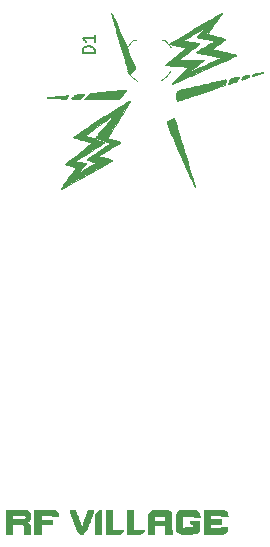
<source format=gbr>
G04 #@! TF.GenerationSoftware,KiCad,Pcbnew,(5.1.10)-1*
G04 #@! TF.CreationDate,2021-08-30T20:12:07-05:00*
G04 #@! TF.ProjectId,Bsides-KC-2021-RF-Village-SAO-SVG2Shenzen v1_00 (Paths),42736964-6573-42d4-9b43-2d323032312d,rev?*
G04 #@! TF.SameCoordinates,Original*
G04 #@! TF.FileFunction,Legend,Top*
G04 #@! TF.FilePolarity,Positive*
%FSLAX46Y46*%
G04 Gerber Fmt 4.6, Leading zero omitted, Abs format (unit mm)*
G04 Created by KiCad (PCBNEW (5.1.10)-1) date 2021-08-30 20:12:07*
%MOMM*%
%LPD*%
G01*
G04 APERTURE LIST*
%ADD10C,0.100000*%
%ADD11C,0.010000*%
%ADD12C,0.150000*%
G04 APERTURE END LIST*
D10*
G04 #@! TO.C,D1*
X148900000Y-80870000D02*
X148650000Y-80870000D01*
X146200000Y-80870000D02*
X146450000Y-80870000D01*
X145708385Y-81474533D02*
G75*
G02*
X146200000Y-80870000I1841615J-995467D01*
G01*
X148906147Y-80862715D02*
G75*
G02*
X149400000Y-81470000I-1356147J-1607285D01*
G01*
X146550000Y-84320000D02*
G75*
G02*
X145700000Y-83470000I1000000J1850000D01*
G01*
X149400000Y-83470000D02*
G75*
G02*
X148550000Y-84320000I-1850000J1000000D01*
G01*
D11*
G04 #@! TO.C,G\u002A\u002A\u002A*
G36*
X144364433Y-78588040D02*
G01*
X144383490Y-78617658D01*
X144410984Y-78668876D01*
X144447646Y-78743252D01*
X144494207Y-78842349D01*
X144551401Y-78967726D01*
X144619958Y-79120945D01*
X144700610Y-79303567D01*
X144794090Y-79517151D01*
X144901128Y-79763260D01*
X145022457Y-80043454D01*
X145158809Y-80359293D01*
X145310915Y-80712339D01*
X145330213Y-80757167D01*
X145487026Y-81121577D01*
X145627827Y-81449043D01*
X145753418Y-81741472D01*
X145864602Y-82000770D01*
X145962181Y-82228843D01*
X146046960Y-82427598D01*
X146119740Y-82598940D01*
X146181325Y-82744778D01*
X146232517Y-82867016D01*
X146274120Y-82967561D01*
X146306937Y-83048320D01*
X146331770Y-83111199D01*
X146349422Y-83158104D01*
X146360697Y-83190942D01*
X146366397Y-83211619D01*
X146367500Y-83219952D01*
X146349464Y-83265685D01*
X146295486Y-83333252D01*
X146205763Y-83422443D01*
X146080493Y-83533044D01*
X146065160Y-83545996D01*
X145976357Y-83620441D01*
X145914383Y-83670480D01*
X145873657Y-83698942D01*
X145848600Y-83708657D01*
X145833632Y-83702452D01*
X145823173Y-83683158D01*
X145818490Y-83671063D01*
X145808213Y-83639459D01*
X145787532Y-83572040D01*
X145757889Y-83473634D01*
X145720724Y-83349070D01*
X145677475Y-83203176D01*
X145629584Y-83040781D01*
X145578491Y-82866712D01*
X145573475Y-82849581D01*
X145526650Y-82689645D01*
X145469729Y-82495270D01*
X145404524Y-82272642D01*
X145332848Y-82027946D01*
X145256513Y-81767367D01*
X145177329Y-81497092D01*
X145097110Y-81223306D01*
X145017668Y-80952193D01*
X144940814Y-80689940D01*
X144938804Y-80683084D01*
X144847135Y-80370280D01*
X144766595Y-80095387D01*
X144696403Y-79855694D01*
X144635777Y-79648489D01*
X144583935Y-79471059D01*
X144540097Y-79320692D01*
X144503481Y-79194677D01*
X144473306Y-79090302D01*
X144448789Y-79004855D01*
X144429150Y-78935623D01*
X144413608Y-78879896D01*
X144401380Y-78834960D01*
X144391686Y-78798104D01*
X144383744Y-78766616D01*
X144376773Y-78737785D01*
X144370082Y-78709292D01*
X144357934Y-78654331D01*
X144350563Y-78613165D01*
X144348701Y-78587353D01*
X144353081Y-78578458D01*
X144364433Y-78588040D01*
G37*
X144364433Y-78588040D02*
X144383490Y-78617658D01*
X144410984Y-78668876D01*
X144447646Y-78743252D01*
X144494207Y-78842349D01*
X144551401Y-78967726D01*
X144619958Y-79120945D01*
X144700610Y-79303567D01*
X144794090Y-79517151D01*
X144901128Y-79763260D01*
X145022457Y-80043454D01*
X145158809Y-80359293D01*
X145310915Y-80712339D01*
X145330213Y-80757167D01*
X145487026Y-81121577D01*
X145627827Y-81449043D01*
X145753418Y-81741472D01*
X145864602Y-82000770D01*
X145962181Y-82228843D01*
X146046960Y-82427598D01*
X146119740Y-82598940D01*
X146181325Y-82744778D01*
X146232517Y-82867016D01*
X146274120Y-82967561D01*
X146306937Y-83048320D01*
X146331770Y-83111199D01*
X146349422Y-83158104D01*
X146360697Y-83190942D01*
X146366397Y-83211619D01*
X146367500Y-83219952D01*
X146349464Y-83265685D01*
X146295486Y-83333252D01*
X146205763Y-83422443D01*
X146080493Y-83533044D01*
X146065160Y-83545996D01*
X145976357Y-83620441D01*
X145914383Y-83670480D01*
X145873657Y-83698942D01*
X145848600Y-83708657D01*
X145833632Y-83702452D01*
X145823173Y-83683158D01*
X145818490Y-83671063D01*
X145808213Y-83639459D01*
X145787532Y-83572040D01*
X145757889Y-83473634D01*
X145720724Y-83349070D01*
X145677475Y-83203176D01*
X145629584Y-83040781D01*
X145578491Y-82866712D01*
X145573475Y-82849581D01*
X145526650Y-82689645D01*
X145469729Y-82495270D01*
X145404524Y-82272642D01*
X145332848Y-82027946D01*
X145256513Y-81767367D01*
X145177329Y-81497092D01*
X145097110Y-81223306D01*
X145017668Y-80952193D01*
X144940814Y-80689940D01*
X144938804Y-80683084D01*
X144847135Y-80370280D01*
X144766595Y-80095387D01*
X144696403Y-79855694D01*
X144635777Y-79648489D01*
X144583935Y-79471059D01*
X144540097Y-79320692D01*
X144503481Y-79194677D01*
X144473306Y-79090302D01*
X144448789Y-79004855D01*
X144429150Y-78935623D01*
X144413608Y-78879896D01*
X144401380Y-78834960D01*
X144391686Y-78798104D01*
X144383744Y-78766616D01*
X144376773Y-78737785D01*
X144370082Y-78709292D01*
X144357934Y-78654331D01*
X144350563Y-78613165D01*
X144348701Y-78587353D01*
X144353081Y-78578458D01*
X144364433Y-78588040D01*
G36*
X157191177Y-83562174D02*
G01*
X157207068Y-83570699D01*
X157198915Y-83585308D01*
X157175625Y-83595845D01*
X157118658Y-83617340D01*
X157034529Y-83647462D01*
X156929755Y-83683876D01*
X156810851Y-83724251D01*
X156810593Y-83724338D01*
X156626128Y-83784071D01*
X156475601Y-83828055D01*
X156360077Y-83856053D01*
X156280620Y-83867832D01*
X156238296Y-83863156D01*
X156231167Y-83852180D01*
X156243214Y-83801596D01*
X156281186Y-83756760D01*
X156347835Y-83716643D01*
X156445907Y-83680218D01*
X156578153Y-83646457D01*
X156747322Y-83614330D01*
X156948727Y-83583836D01*
X157065924Y-83568765D01*
X157145435Y-83561537D01*
X157191177Y-83562174D01*
G37*
X157191177Y-83562174D02*
X157207068Y-83570699D01*
X157198915Y-83585308D01*
X157175625Y-83595845D01*
X157118658Y-83617340D01*
X157034529Y-83647462D01*
X156929755Y-83683876D01*
X156810851Y-83724251D01*
X156810593Y-83724338D01*
X156626128Y-83784071D01*
X156475601Y-83828055D01*
X156360077Y-83856053D01*
X156280620Y-83867832D01*
X156238296Y-83863156D01*
X156231167Y-83852180D01*
X156243214Y-83801596D01*
X156281186Y-83756760D01*
X156347835Y-83716643D01*
X156445907Y-83680218D01*
X156578153Y-83646457D01*
X156747322Y-83614330D01*
X156948727Y-83583836D01*
X157065924Y-83568765D01*
X157145435Y-83561537D01*
X157191177Y-83562174D01*
G36*
X155982415Y-83785478D02*
G01*
X156010737Y-83792958D01*
X156015711Y-83813350D01*
X156009510Y-83842090D01*
X155990577Y-83895441D01*
X155971861Y-83927977D01*
X155924443Y-83967878D01*
X155847267Y-84014086D01*
X155751176Y-84060917D01*
X155647013Y-84102687D01*
X155622258Y-84111247D01*
X155515386Y-84146194D01*
X155442199Y-84167657D01*
X155396609Y-84176645D01*
X155372524Y-84174166D01*
X155363854Y-84161228D01*
X155363334Y-84154116D01*
X155374572Y-84108748D01*
X155403130Y-84043774D01*
X155441272Y-83973713D01*
X155481262Y-83913081D01*
X155508269Y-83882115D01*
X155559037Y-83853395D01*
X155639787Y-83826400D01*
X155738184Y-83804039D01*
X155841894Y-83789221D01*
X155921253Y-83784744D01*
X155982415Y-83785478D01*
G37*
X155982415Y-83785478D02*
X156010737Y-83792958D01*
X156015711Y-83813350D01*
X156009510Y-83842090D01*
X155990577Y-83895441D01*
X155971861Y-83927977D01*
X155924443Y-83967878D01*
X155847267Y-84014086D01*
X155751176Y-84060917D01*
X155647013Y-84102687D01*
X155622258Y-84111247D01*
X155515386Y-84146194D01*
X155442199Y-84167657D01*
X155396609Y-84176645D01*
X155372524Y-84174166D01*
X155363854Y-84161228D01*
X155363334Y-84154116D01*
X155374572Y-84108748D01*
X155403130Y-84043774D01*
X155441272Y-83973713D01*
X155481262Y-83913081D01*
X155508269Y-83882115D01*
X155559037Y-83853395D01*
X155639787Y-83826400D01*
X155738184Y-83804039D01*
X155841894Y-83789221D01*
X155921253Y-83784744D01*
X155982415Y-83785478D01*
G36*
X155108375Y-83956276D02*
G01*
X155124249Y-83970476D01*
X155118645Y-84000959D01*
X155070651Y-84139194D01*
X155024510Y-84236546D01*
X154979538Y-84294386D01*
X154968536Y-84302743D01*
X154929786Y-84321694D01*
X154859189Y-84350208D01*
X154765256Y-84385071D01*
X154656498Y-84423068D01*
X154599236Y-84442231D01*
X154461002Y-84487072D01*
X154358417Y-84518482D01*
X154287344Y-84537494D01*
X154243646Y-84545139D01*
X154223185Y-84542447D01*
X154220334Y-84536678D01*
X154228081Y-84504661D01*
X154248325Y-84445334D01*
X154276564Y-84370156D01*
X154308300Y-84290588D01*
X154339032Y-84218093D01*
X154364262Y-84164130D01*
X154372446Y-84149234D01*
X154413107Y-84100107D01*
X154471881Y-84066693D01*
X154523617Y-84049641D01*
X154618529Y-84025620D01*
X154729133Y-84001869D01*
X154842897Y-83980637D01*
X154947294Y-83964173D01*
X155029792Y-83954726D01*
X155060181Y-83953334D01*
X155108375Y-83956276D01*
G37*
X155108375Y-83956276D02*
X155124249Y-83970476D01*
X155118645Y-84000959D01*
X155070651Y-84139194D01*
X155024510Y-84236546D01*
X154979538Y-84294386D01*
X154968536Y-84302743D01*
X154929786Y-84321694D01*
X154859189Y-84350208D01*
X154765256Y-84385071D01*
X154656498Y-84423068D01*
X154599236Y-84442231D01*
X154461002Y-84487072D01*
X154358417Y-84518482D01*
X154287344Y-84537494D01*
X154243646Y-84545139D01*
X154223185Y-84542447D01*
X154220334Y-84536678D01*
X154228081Y-84504661D01*
X154248325Y-84445334D01*
X154276564Y-84370156D01*
X154308300Y-84290588D01*
X154339032Y-84218093D01*
X154364262Y-84164130D01*
X154372446Y-84149234D01*
X154413107Y-84100107D01*
X154471881Y-84066693D01*
X154523617Y-84049641D01*
X154618529Y-84025620D01*
X154729133Y-84001869D01*
X154842897Y-83980637D01*
X154947294Y-83964173D01*
X155029792Y-83954726D01*
X155060181Y-83953334D01*
X155108375Y-83956276D01*
G36*
X153707449Y-78543894D02*
G01*
X153709749Y-78552426D01*
X153704192Y-78569383D01*
X153688465Y-78598183D01*
X153660256Y-78642240D01*
X153617253Y-78704971D01*
X153557145Y-78789792D01*
X153477619Y-78900119D01*
X153376362Y-79039368D01*
X153317576Y-79119928D01*
X153208587Y-79269358D01*
X153092012Y-79429506D01*
X152974836Y-79590755D01*
X152864048Y-79743484D01*
X152766632Y-79878074D01*
X152712668Y-79952834D01*
X152460956Y-80302084D01*
X152544338Y-80338811D01*
X152585350Y-80352995D01*
X152661706Y-80375636D01*
X152767620Y-80405166D01*
X152897306Y-80440015D01*
X153044978Y-80478614D01*
X153204852Y-80519395D01*
X153275107Y-80537011D01*
X153435629Y-80577580D01*
X153583922Y-80616076D01*
X153714712Y-80651049D01*
X153822722Y-80681050D01*
X153902677Y-80704630D01*
X153949302Y-80720339D01*
X153958282Y-80724651D01*
X153972005Y-80739902D01*
X153968560Y-80759300D01*
X153943391Y-80788909D01*
X153891942Y-80834792D01*
X153847909Y-80871544D01*
X153787882Y-80919112D01*
X153700405Y-80985726D01*
X153592646Y-81066063D01*
X153471772Y-81154801D01*
X153344951Y-81246620D01*
X153282579Y-81291287D01*
X153143889Y-81391138D01*
X153038061Y-81469546D01*
X152962685Y-81528477D01*
X152915353Y-81569897D01*
X152893656Y-81595774D01*
X152894805Y-81607874D01*
X152930889Y-81620927D01*
X153005500Y-81641886D01*
X153115712Y-81670052D01*
X153258603Y-81704728D01*
X153431248Y-81745217D01*
X153630724Y-81790819D01*
X153854107Y-81840838D01*
X154072167Y-81888835D01*
X154285588Y-81935712D01*
X154460994Y-81974882D01*
X154601824Y-82007227D01*
X154711517Y-82033628D01*
X154793510Y-82054966D01*
X154851243Y-82072124D01*
X154888154Y-82085982D01*
X154907681Y-82097421D01*
X154912803Y-82104325D01*
X154914085Y-82109929D01*
X154912755Y-82116031D01*
X154906726Y-82123604D01*
X154893912Y-82133618D01*
X154872226Y-82147046D01*
X154839582Y-82164858D01*
X154793894Y-82188027D01*
X154733076Y-82217525D01*
X154655040Y-82254322D01*
X154557700Y-82299390D01*
X154438971Y-82353701D01*
X154296765Y-82418228D01*
X154128997Y-82493940D01*
X153933579Y-82581810D01*
X153708426Y-82682810D01*
X153451451Y-82797910D01*
X153160567Y-82928084D01*
X152833689Y-83074302D01*
X152738667Y-83116802D01*
X152327296Y-83300795D01*
X151952793Y-83468289D01*
X151613377Y-83620058D01*
X151307266Y-83756877D01*
X151032679Y-83879519D01*
X150787835Y-83988761D01*
X150570954Y-84085376D01*
X150380254Y-84170139D01*
X150213953Y-84243824D01*
X150070272Y-84307206D01*
X149947428Y-84361059D01*
X149843640Y-84406158D01*
X149757128Y-84443277D01*
X149686111Y-84473191D01*
X149628807Y-84496674D01*
X149583435Y-84514501D01*
X149548214Y-84527447D01*
X149521363Y-84536285D01*
X149501101Y-84541791D01*
X149485646Y-84544738D01*
X149473218Y-84545902D01*
X149462036Y-84546057D01*
X149452059Y-84545973D01*
X149444237Y-84539033D01*
X149455759Y-84516624D01*
X149488824Y-84476336D01*
X149545632Y-84415760D01*
X149628383Y-84332486D01*
X149739277Y-84224104D01*
X149795035Y-84170265D01*
X149902213Y-84065853D01*
X150017306Y-83951625D01*
X150136567Y-83831502D01*
X150256251Y-83709406D01*
X150372609Y-83589258D01*
X150481896Y-83474978D01*
X150580365Y-83370488D01*
X150664268Y-83279709D01*
X150729859Y-83206562D01*
X150773391Y-83154968D01*
X150791118Y-83128848D01*
X150791334Y-83127611D01*
X150784603Y-83118812D01*
X150761990Y-83110457D01*
X150719857Y-83102140D01*
X150654570Y-83093455D01*
X150562493Y-83083996D01*
X150439991Y-83073356D01*
X150283429Y-83061130D01*
X150089171Y-83046911D01*
X150033104Y-83042913D01*
X149771157Y-83023783D01*
X149549157Y-83006364D01*
X149364766Y-82990390D01*
X149215643Y-82975597D01*
X149099449Y-82961720D01*
X149013845Y-82948493D01*
X148956491Y-82935652D01*
X148925047Y-82922932D01*
X148918370Y-82916630D01*
X148931854Y-82899956D01*
X148974833Y-82859945D01*
X149043706Y-82799660D01*
X149134872Y-82722161D01*
X149244731Y-82630509D01*
X149308621Y-82577974D01*
X149960799Y-82577974D01*
X150201441Y-82566542D01*
X150415640Y-82556864D01*
X150639883Y-82547631D01*
X150867115Y-82539067D01*
X151090282Y-82531398D01*
X151302328Y-82524850D01*
X151496198Y-82519648D01*
X151664837Y-82516016D01*
X151801191Y-82514181D01*
X151846798Y-82514000D01*
X152153920Y-82514000D01*
X152091752Y-82579400D01*
X152058596Y-82610329D01*
X151997588Y-82663390D01*
X151913904Y-82734235D01*
X151812721Y-82818513D01*
X151699215Y-82911878D01*
X151595667Y-82996143D01*
X151436352Y-83125307D01*
X151307474Y-83230276D01*
X151206435Y-83313330D01*
X151130637Y-83376749D01*
X151077483Y-83422810D01*
X151044376Y-83453795D01*
X151028717Y-83471983D01*
X151027911Y-83479651D01*
X151039358Y-83479082D01*
X151048097Y-83476658D01*
X151078405Y-83465041D01*
X151143003Y-83438653D01*
X151237281Y-83399430D01*
X151356632Y-83349308D01*
X151496449Y-83290223D01*
X151652122Y-83224110D01*
X151819045Y-83152906D01*
X151839084Y-83144338D01*
X152099937Y-83032303D01*
X152352943Y-82922733D01*
X152594093Y-82817411D01*
X152819378Y-82718120D01*
X153024791Y-82626643D01*
X153206323Y-82544762D01*
X153359964Y-82474262D01*
X153481707Y-82416924D01*
X153552268Y-82382322D01*
X153618343Y-82347770D01*
X153650962Y-82326048D01*
X153655066Y-82312167D01*
X153635599Y-82301136D01*
X153633468Y-82300337D01*
X153603167Y-82292751D01*
X153535850Y-82278201D01*
X153436093Y-82257606D01*
X153308472Y-82231883D01*
X153157564Y-82201950D01*
X152987947Y-82168726D01*
X152804195Y-82133128D01*
X152702259Y-82113539D01*
X152507597Y-82076105D01*
X152320182Y-82039816D01*
X152145360Y-82005725D01*
X151988474Y-81974883D01*
X151854868Y-81948343D01*
X151749888Y-81927159D01*
X151678877Y-81912383D01*
X151660271Y-81908297D01*
X151502626Y-81872516D01*
X151571952Y-81814640D01*
X151611027Y-81786389D01*
X151679971Y-81741029D01*
X151772088Y-81682779D01*
X151880682Y-81615862D01*
X151999056Y-81544497D01*
X152025931Y-81528509D01*
X152250687Y-81395110D01*
X152441638Y-81281620D01*
X152601391Y-81186349D01*
X152732550Y-81107606D01*
X152837720Y-81043701D01*
X152919506Y-80992944D01*
X152980514Y-80953646D01*
X153023348Y-80924116D01*
X153050614Y-80902664D01*
X153064916Y-80887600D01*
X153068860Y-80877234D01*
X153065051Y-80869875D01*
X153056093Y-80863835D01*
X153053040Y-80862162D01*
X153018885Y-80851327D01*
X152948384Y-80836423D01*
X152840492Y-80817279D01*
X152694163Y-80793722D01*
X152508356Y-80765581D01*
X152282023Y-80732683D01*
X152167167Y-80716351D01*
X152000208Y-80692295D01*
X151870602Y-80672166D01*
X151773697Y-80654640D01*
X151704839Y-80638388D01*
X151659377Y-80622085D01*
X151632657Y-80604405D01*
X151620027Y-80584021D01*
X151616834Y-80559606D01*
X151616834Y-80559462D01*
X151618460Y-80537228D01*
X151625582Y-80513548D01*
X151641563Y-80483855D01*
X151669765Y-80443581D01*
X151713551Y-80388162D01*
X151776285Y-80313030D01*
X151861330Y-80213619D01*
X151931089Y-80132750D01*
X152009856Y-80040935D01*
X152081780Y-79955909D01*
X152140891Y-79884816D01*
X152181219Y-79834802D01*
X152192706Y-79819609D01*
X152192364Y-79810974D01*
X152166299Y-79819321D01*
X152112974Y-79845501D01*
X152030857Y-79890368D01*
X151918411Y-79954774D01*
X151774103Y-80039573D01*
X151596397Y-80145616D01*
X151479606Y-80215875D01*
X151247805Y-80356096D01*
X151050573Y-80476458D01*
X150885852Y-80578321D01*
X150751582Y-80663049D01*
X150645702Y-80732002D01*
X150566153Y-80786544D01*
X150510875Y-80828036D01*
X150477809Y-80857841D01*
X150464894Y-80877319D01*
X150466810Y-80885610D01*
X150491806Y-80893173D01*
X150553049Y-80905306D01*
X150644810Y-80921065D01*
X150761363Y-80939507D01*
X150896982Y-80959690D01*
X151034864Y-80979149D01*
X151226126Y-81005471D01*
X151379687Y-81026752D01*
X151499777Y-81043776D01*
X151590628Y-81057326D01*
X151656468Y-81068185D01*
X151701528Y-81077135D01*
X151730038Y-81084960D01*
X151746229Y-81092443D01*
X151754331Y-81100366D01*
X151758573Y-81109513D01*
X151760014Y-81113371D01*
X151761101Y-81128277D01*
X151752465Y-81148051D01*
X151731483Y-81174936D01*
X151695532Y-81211175D01*
X151641989Y-81259012D01*
X151568231Y-81320691D01*
X151471635Y-81398456D01*
X151349577Y-81494549D01*
X151199435Y-81611215D01*
X151018585Y-81750698D01*
X150981834Y-81778965D01*
X150833268Y-81893411D01*
X150685025Y-82007995D01*
X150543106Y-82118051D01*
X150413513Y-82218911D01*
X150302247Y-82305908D01*
X150215311Y-82374376D01*
X150180274Y-82402258D01*
X149960799Y-82577974D01*
X149308621Y-82577974D01*
X149369683Y-82527765D01*
X149505670Y-82417357D01*
X149732559Y-82234082D01*
X149928310Y-82075532D01*
X150094897Y-81940055D01*
X150234290Y-81825998D01*
X150348465Y-81731710D01*
X150439392Y-81655536D01*
X150509044Y-81595825D01*
X150559396Y-81550924D01*
X150592418Y-81519180D01*
X150610084Y-81498942D01*
X150614371Y-81488571D01*
X150610663Y-81480741D01*
X150601438Y-81473149D01*
X150582428Y-81464713D01*
X150549367Y-81454348D01*
X150497986Y-81440972D01*
X150424019Y-81423502D01*
X150323198Y-81400854D01*
X150191256Y-81371944D01*
X150023924Y-81335691D01*
X149944667Y-81318575D01*
X149753479Y-81277134D01*
X149599824Y-81243355D01*
X149479798Y-81216253D01*
X149389492Y-81194844D01*
X149325000Y-81178142D01*
X149282417Y-81165161D01*
X149257835Y-81154916D01*
X149247347Y-81146421D01*
X149246167Y-81142395D01*
X149251993Y-81134681D01*
X149270883Y-81119850D01*
X149304954Y-81096625D01*
X149356325Y-81063729D01*
X149427112Y-81019887D01*
X149519435Y-80963822D01*
X149635411Y-80894258D01*
X149777157Y-80809917D01*
X149946791Y-80709523D01*
X150146431Y-80591801D01*
X150378195Y-80455473D01*
X150644201Y-80299263D01*
X150674917Y-80281238D01*
X151046590Y-80063388D01*
X151399898Y-79856808D01*
X151733467Y-79662287D01*
X152045922Y-79480611D01*
X152335889Y-79312569D01*
X152601992Y-79158948D01*
X152842857Y-79020535D01*
X153057109Y-78898118D01*
X153243374Y-78792486D01*
X153400276Y-78704424D01*
X153526440Y-78634721D01*
X153620493Y-78584165D01*
X153681059Y-78553543D01*
X153706764Y-78543643D01*
X153707449Y-78543894D01*
G37*
X153707449Y-78543894D02*
X153709749Y-78552426D01*
X153704192Y-78569383D01*
X153688465Y-78598183D01*
X153660256Y-78642240D01*
X153617253Y-78704971D01*
X153557145Y-78789792D01*
X153477619Y-78900119D01*
X153376362Y-79039368D01*
X153317576Y-79119928D01*
X153208587Y-79269358D01*
X153092012Y-79429506D01*
X152974836Y-79590755D01*
X152864048Y-79743484D01*
X152766632Y-79878074D01*
X152712668Y-79952834D01*
X152460956Y-80302084D01*
X152544338Y-80338811D01*
X152585350Y-80352995D01*
X152661706Y-80375636D01*
X152767620Y-80405166D01*
X152897306Y-80440015D01*
X153044978Y-80478614D01*
X153204852Y-80519395D01*
X153275107Y-80537011D01*
X153435629Y-80577580D01*
X153583922Y-80616076D01*
X153714712Y-80651049D01*
X153822722Y-80681050D01*
X153902677Y-80704630D01*
X153949302Y-80720339D01*
X153958282Y-80724651D01*
X153972005Y-80739902D01*
X153968560Y-80759300D01*
X153943391Y-80788909D01*
X153891942Y-80834792D01*
X153847909Y-80871544D01*
X153787882Y-80919112D01*
X153700405Y-80985726D01*
X153592646Y-81066063D01*
X153471772Y-81154801D01*
X153344951Y-81246620D01*
X153282579Y-81291287D01*
X153143889Y-81391138D01*
X153038061Y-81469546D01*
X152962685Y-81528477D01*
X152915353Y-81569897D01*
X152893656Y-81595774D01*
X152894805Y-81607874D01*
X152930889Y-81620927D01*
X153005500Y-81641886D01*
X153115712Y-81670052D01*
X153258603Y-81704728D01*
X153431248Y-81745217D01*
X153630724Y-81790819D01*
X153854107Y-81840838D01*
X154072167Y-81888835D01*
X154285588Y-81935712D01*
X154460994Y-81974882D01*
X154601824Y-82007227D01*
X154711517Y-82033628D01*
X154793510Y-82054966D01*
X154851243Y-82072124D01*
X154888154Y-82085982D01*
X154907681Y-82097421D01*
X154912803Y-82104325D01*
X154914085Y-82109929D01*
X154912755Y-82116031D01*
X154906726Y-82123604D01*
X154893912Y-82133618D01*
X154872226Y-82147046D01*
X154839582Y-82164858D01*
X154793894Y-82188027D01*
X154733076Y-82217525D01*
X154655040Y-82254322D01*
X154557700Y-82299390D01*
X154438971Y-82353701D01*
X154296765Y-82418228D01*
X154128997Y-82493940D01*
X153933579Y-82581810D01*
X153708426Y-82682810D01*
X153451451Y-82797910D01*
X153160567Y-82928084D01*
X152833689Y-83074302D01*
X152738667Y-83116802D01*
X152327296Y-83300795D01*
X151952793Y-83468289D01*
X151613377Y-83620058D01*
X151307266Y-83756877D01*
X151032679Y-83879519D01*
X150787835Y-83988761D01*
X150570954Y-84085376D01*
X150380254Y-84170139D01*
X150213953Y-84243824D01*
X150070272Y-84307206D01*
X149947428Y-84361059D01*
X149843640Y-84406158D01*
X149757128Y-84443277D01*
X149686111Y-84473191D01*
X149628807Y-84496674D01*
X149583435Y-84514501D01*
X149548214Y-84527447D01*
X149521363Y-84536285D01*
X149501101Y-84541791D01*
X149485646Y-84544738D01*
X149473218Y-84545902D01*
X149462036Y-84546057D01*
X149452059Y-84545973D01*
X149444237Y-84539033D01*
X149455759Y-84516624D01*
X149488824Y-84476336D01*
X149545632Y-84415760D01*
X149628383Y-84332486D01*
X149739277Y-84224104D01*
X149795035Y-84170265D01*
X149902213Y-84065853D01*
X150017306Y-83951625D01*
X150136567Y-83831502D01*
X150256251Y-83709406D01*
X150372609Y-83589258D01*
X150481896Y-83474978D01*
X150580365Y-83370488D01*
X150664268Y-83279709D01*
X150729859Y-83206562D01*
X150773391Y-83154968D01*
X150791118Y-83128848D01*
X150791334Y-83127611D01*
X150784603Y-83118812D01*
X150761990Y-83110457D01*
X150719857Y-83102140D01*
X150654570Y-83093455D01*
X150562493Y-83083996D01*
X150439991Y-83073356D01*
X150283429Y-83061130D01*
X150089171Y-83046911D01*
X150033104Y-83042913D01*
X149771157Y-83023783D01*
X149549157Y-83006364D01*
X149364766Y-82990390D01*
X149215643Y-82975597D01*
X149099449Y-82961720D01*
X149013845Y-82948493D01*
X148956491Y-82935652D01*
X148925047Y-82922932D01*
X148918370Y-82916630D01*
X148931854Y-82899956D01*
X148974833Y-82859945D01*
X149043706Y-82799660D01*
X149134872Y-82722161D01*
X149244731Y-82630509D01*
X149308621Y-82577974D01*
X149960799Y-82577974D01*
X150201441Y-82566542D01*
X150415640Y-82556864D01*
X150639883Y-82547631D01*
X150867115Y-82539067D01*
X151090282Y-82531398D01*
X151302328Y-82524850D01*
X151496198Y-82519648D01*
X151664837Y-82516016D01*
X151801191Y-82514181D01*
X151846798Y-82514000D01*
X152153920Y-82514000D01*
X152091752Y-82579400D01*
X152058596Y-82610329D01*
X151997588Y-82663390D01*
X151913904Y-82734235D01*
X151812721Y-82818513D01*
X151699215Y-82911878D01*
X151595667Y-82996143D01*
X151436352Y-83125307D01*
X151307474Y-83230276D01*
X151206435Y-83313330D01*
X151130637Y-83376749D01*
X151077483Y-83422810D01*
X151044376Y-83453795D01*
X151028717Y-83471983D01*
X151027911Y-83479651D01*
X151039358Y-83479082D01*
X151048097Y-83476658D01*
X151078405Y-83465041D01*
X151143003Y-83438653D01*
X151237281Y-83399430D01*
X151356632Y-83349308D01*
X151496449Y-83290223D01*
X151652122Y-83224110D01*
X151819045Y-83152906D01*
X151839084Y-83144338D01*
X152099937Y-83032303D01*
X152352943Y-82922733D01*
X152594093Y-82817411D01*
X152819378Y-82718120D01*
X153024791Y-82626643D01*
X153206323Y-82544762D01*
X153359964Y-82474262D01*
X153481707Y-82416924D01*
X153552268Y-82382322D01*
X153618343Y-82347770D01*
X153650962Y-82326048D01*
X153655066Y-82312167D01*
X153635599Y-82301136D01*
X153633468Y-82300337D01*
X153603167Y-82292751D01*
X153535850Y-82278201D01*
X153436093Y-82257606D01*
X153308472Y-82231883D01*
X153157564Y-82201950D01*
X152987947Y-82168726D01*
X152804195Y-82133128D01*
X152702259Y-82113539D01*
X152507597Y-82076105D01*
X152320182Y-82039816D01*
X152145360Y-82005725D01*
X151988474Y-81974883D01*
X151854868Y-81948343D01*
X151749888Y-81927159D01*
X151678877Y-81912383D01*
X151660271Y-81908297D01*
X151502626Y-81872516D01*
X151571952Y-81814640D01*
X151611027Y-81786389D01*
X151679971Y-81741029D01*
X151772088Y-81682779D01*
X151880682Y-81615862D01*
X151999056Y-81544497D01*
X152025931Y-81528509D01*
X152250687Y-81395110D01*
X152441638Y-81281620D01*
X152601391Y-81186349D01*
X152732550Y-81107606D01*
X152837720Y-81043701D01*
X152919506Y-80992944D01*
X152980514Y-80953646D01*
X153023348Y-80924116D01*
X153050614Y-80902664D01*
X153064916Y-80887600D01*
X153068860Y-80877234D01*
X153065051Y-80869875D01*
X153056093Y-80863835D01*
X153053040Y-80862162D01*
X153018885Y-80851327D01*
X152948384Y-80836423D01*
X152840492Y-80817279D01*
X152694163Y-80793722D01*
X152508356Y-80765581D01*
X152282023Y-80732683D01*
X152167167Y-80716351D01*
X152000208Y-80692295D01*
X151870602Y-80672166D01*
X151773697Y-80654640D01*
X151704839Y-80638388D01*
X151659377Y-80622085D01*
X151632657Y-80604405D01*
X151620027Y-80584021D01*
X151616834Y-80559606D01*
X151616834Y-80559462D01*
X151618460Y-80537228D01*
X151625582Y-80513548D01*
X151641563Y-80483855D01*
X151669765Y-80443581D01*
X151713551Y-80388162D01*
X151776285Y-80313030D01*
X151861330Y-80213619D01*
X151931089Y-80132750D01*
X152009856Y-80040935D01*
X152081780Y-79955909D01*
X152140891Y-79884816D01*
X152181219Y-79834802D01*
X152192706Y-79819609D01*
X152192364Y-79810974D01*
X152166299Y-79819321D01*
X152112974Y-79845501D01*
X152030857Y-79890368D01*
X151918411Y-79954774D01*
X151774103Y-80039573D01*
X151596397Y-80145616D01*
X151479606Y-80215875D01*
X151247805Y-80356096D01*
X151050573Y-80476458D01*
X150885852Y-80578321D01*
X150751582Y-80663049D01*
X150645702Y-80732002D01*
X150566153Y-80786544D01*
X150510875Y-80828036D01*
X150477809Y-80857841D01*
X150464894Y-80877319D01*
X150466810Y-80885610D01*
X150491806Y-80893173D01*
X150553049Y-80905306D01*
X150644810Y-80921065D01*
X150761363Y-80939507D01*
X150896982Y-80959690D01*
X151034864Y-80979149D01*
X151226126Y-81005471D01*
X151379687Y-81026752D01*
X151499777Y-81043776D01*
X151590628Y-81057326D01*
X151656468Y-81068185D01*
X151701528Y-81077135D01*
X151730038Y-81084960D01*
X151746229Y-81092443D01*
X151754331Y-81100366D01*
X151758573Y-81109513D01*
X151760014Y-81113371D01*
X151761101Y-81128277D01*
X151752465Y-81148051D01*
X151731483Y-81174936D01*
X151695532Y-81211175D01*
X151641989Y-81259012D01*
X151568231Y-81320691D01*
X151471635Y-81398456D01*
X151349577Y-81494549D01*
X151199435Y-81611215D01*
X151018585Y-81750698D01*
X150981834Y-81778965D01*
X150833268Y-81893411D01*
X150685025Y-82007995D01*
X150543106Y-82118051D01*
X150413513Y-82218911D01*
X150302247Y-82305908D01*
X150215311Y-82374376D01*
X150180274Y-82402258D01*
X149960799Y-82577974D01*
X149308621Y-82577974D01*
X149369683Y-82527765D01*
X149505670Y-82417357D01*
X149732559Y-82234082D01*
X149928310Y-82075532D01*
X150094897Y-81940055D01*
X150234290Y-81825998D01*
X150348465Y-81731710D01*
X150439392Y-81655536D01*
X150509044Y-81595825D01*
X150559396Y-81550924D01*
X150592418Y-81519180D01*
X150610084Y-81498942D01*
X150614371Y-81488571D01*
X150610663Y-81480741D01*
X150601438Y-81473149D01*
X150582428Y-81464713D01*
X150549367Y-81454348D01*
X150497986Y-81440972D01*
X150424019Y-81423502D01*
X150323198Y-81400854D01*
X150191256Y-81371944D01*
X150023924Y-81335691D01*
X149944667Y-81318575D01*
X149753479Y-81277134D01*
X149599824Y-81243355D01*
X149479798Y-81216253D01*
X149389492Y-81194844D01*
X149325000Y-81178142D01*
X149282417Y-81165161D01*
X149257835Y-81154916D01*
X149247347Y-81146421D01*
X149246167Y-81142395D01*
X149251993Y-81134681D01*
X149270883Y-81119850D01*
X149304954Y-81096625D01*
X149356325Y-81063729D01*
X149427112Y-81019887D01*
X149519435Y-80963822D01*
X149635411Y-80894258D01*
X149777157Y-80809917D01*
X149946791Y-80709523D01*
X150146431Y-80591801D01*
X150378195Y-80455473D01*
X150644201Y-80299263D01*
X150674917Y-80281238D01*
X151046590Y-80063388D01*
X151399898Y-79856808D01*
X151733467Y-79662287D01*
X152045922Y-79480611D01*
X152335889Y-79312569D01*
X152601992Y-79158948D01*
X152842857Y-79020535D01*
X153057109Y-78898118D01*
X153243374Y-78792486D01*
X153400276Y-78704424D01*
X153526440Y-78634721D01*
X153620493Y-78584165D01*
X153681059Y-78553543D01*
X153706764Y-78543643D01*
X153707449Y-78543894D01*
G36*
X140693829Y-85524919D02*
G01*
X140715783Y-85537720D01*
X140716000Y-85539278D01*
X140703103Y-85563908D01*
X140669112Y-85610564D01*
X140621073Y-85669644D01*
X140615459Y-85676227D01*
X140514917Y-85793566D01*
X140313834Y-85790054D01*
X140202981Y-85787760D01*
X140086959Y-85784781D01*
X139986644Y-85781668D01*
X139964584Y-85780862D01*
X139787841Y-85773562D01*
X139612684Y-85765361D01*
X139444310Y-85756589D01*
X139287919Y-85747576D01*
X139148709Y-85738653D01*
X139031879Y-85730149D01*
X138942627Y-85722394D01*
X138886152Y-85715719D01*
X138867886Y-85711227D01*
X138874029Y-85696886D01*
X138911395Y-85682852D01*
X138920444Y-85680870D01*
X138973870Y-85672589D01*
X139063236Y-85661484D01*
X139182289Y-85648139D01*
X139324773Y-85633138D01*
X139484434Y-85617066D01*
X139655016Y-85600505D01*
X139830265Y-85584040D01*
X140003925Y-85568256D01*
X140169743Y-85553736D01*
X140321463Y-85541064D01*
X140452831Y-85530824D01*
X140557590Y-85523601D01*
X140629488Y-85519978D01*
X140646854Y-85519667D01*
X140693829Y-85524919D01*
G37*
X140693829Y-85524919D02*
X140715783Y-85537720D01*
X140716000Y-85539278D01*
X140703103Y-85563908D01*
X140669112Y-85610564D01*
X140621073Y-85669644D01*
X140615459Y-85676227D01*
X140514917Y-85793566D01*
X140313834Y-85790054D01*
X140202981Y-85787760D01*
X140086959Y-85784781D01*
X139986644Y-85781668D01*
X139964584Y-85780862D01*
X139787841Y-85773562D01*
X139612684Y-85765361D01*
X139444310Y-85756589D01*
X139287919Y-85747576D01*
X139148709Y-85738653D01*
X139031879Y-85730149D01*
X138942627Y-85722394D01*
X138886152Y-85715719D01*
X138867886Y-85711227D01*
X138874029Y-85696886D01*
X138911395Y-85682852D01*
X138920444Y-85680870D01*
X138973870Y-85672589D01*
X139063236Y-85661484D01*
X139182289Y-85648139D01*
X139324773Y-85633138D01*
X139484434Y-85617066D01*
X139655016Y-85600505D01*
X139830265Y-85584040D01*
X140003925Y-85568256D01*
X140169743Y-85553736D01*
X140321463Y-85541064D01*
X140452831Y-85530824D01*
X140557590Y-85523601D01*
X140629488Y-85519978D01*
X140646854Y-85519667D01*
X140693829Y-85524919D01*
G36*
X145582545Y-85036395D02*
G01*
X145613317Y-85046140D01*
X145625764Y-85062715D01*
X145626667Y-85070845D01*
X145612989Y-85097020D01*
X145574674Y-85149284D01*
X145515805Y-85222622D01*
X145440460Y-85312020D01*
X145352722Y-85412463D01*
X145308032Y-85462428D01*
X144989396Y-85816000D01*
X143530032Y-85816000D01*
X143285716Y-85815759D01*
X143054220Y-85815062D01*
X142838957Y-85813949D01*
X142643340Y-85812460D01*
X142470782Y-85810635D01*
X142324695Y-85808514D01*
X142208493Y-85806137D01*
X142125587Y-85803543D01*
X142079392Y-85800774D01*
X142070667Y-85798906D01*
X142085023Y-85778860D01*
X142124573Y-85735002D01*
X142184038Y-85672907D01*
X142258140Y-85598151D01*
X142298209Y-85558573D01*
X142525750Y-85335334D01*
X142748000Y-85310425D01*
X142815801Y-85303137D01*
X142920228Y-85292322D01*
X143055771Y-85278532D01*
X143216920Y-85262321D01*
X143398166Y-85244240D01*
X143593997Y-85224843D01*
X143798905Y-85204681D01*
X143943917Y-85190495D01*
X144153893Y-85169885D01*
X144360297Y-85149404D01*
X144557334Y-85129642D01*
X144739210Y-85111190D01*
X144900132Y-85094638D01*
X145034305Y-85080576D01*
X145135937Y-85069595D01*
X145182167Y-85064345D01*
X145333258Y-85047456D01*
X145447216Y-85037122D01*
X145528745Y-85033412D01*
X145582545Y-85036395D01*
G37*
X145582545Y-85036395D02*
X145613317Y-85046140D01*
X145625764Y-85062715D01*
X145626667Y-85070845D01*
X145612989Y-85097020D01*
X145574674Y-85149284D01*
X145515805Y-85222622D01*
X145440460Y-85312020D01*
X145352722Y-85412463D01*
X145308032Y-85462428D01*
X144989396Y-85816000D01*
X143530032Y-85816000D01*
X143285716Y-85815759D01*
X143054220Y-85815062D01*
X142838957Y-85813949D01*
X142643340Y-85812460D01*
X142470782Y-85810635D01*
X142324695Y-85808514D01*
X142208493Y-85806137D01*
X142125587Y-85803543D01*
X142079392Y-85800774D01*
X142070667Y-85798906D01*
X142085023Y-85778860D01*
X142124573Y-85735002D01*
X142184038Y-85672907D01*
X142258140Y-85598151D01*
X142298209Y-85558573D01*
X142525750Y-85335334D01*
X142748000Y-85310425D01*
X142815801Y-85303137D01*
X142920228Y-85292322D01*
X143055771Y-85278532D01*
X143216920Y-85262321D01*
X143398166Y-85244240D01*
X143593997Y-85224843D01*
X143798905Y-85204681D01*
X143943917Y-85190495D01*
X144153893Y-85169885D01*
X144360297Y-85149404D01*
X144557334Y-85129642D01*
X144739210Y-85111190D01*
X144900132Y-85094638D01*
X145034305Y-85080576D01*
X145135937Y-85069595D01*
X145182167Y-85064345D01*
X145333258Y-85047456D01*
X145447216Y-85037122D01*
X145528745Y-85033412D01*
X145582545Y-85036395D01*
G36*
X141948993Y-85396708D02*
G01*
X141972878Y-85400722D01*
X142011383Y-85415194D01*
X142015374Y-85438122D01*
X142006006Y-85458337D01*
X141981895Y-85491782D01*
X141935797Y-85546671D01*
X141875312Y-85614169D01*
X141833515Y-85658900D01*
X141684285Y-85816000D01*
X141395934Y-85812613D01*
X141283282Y-85810727D01*
X141180218Y-85807980D01*
X141097062Y-85804715D01*
X141044131Y-85801276D01*
X141038792Y-85800688D01*
X140991953Y-85789050D01*
X140970193Y-85772162D01*
X140970000Y-85770515D01*
X140985425Y-85743043D01*
X141026098Y-85697529D01*
X141083612Y-85641614D01*
X141149565Y-85582939D01*
X141215551Y-85529147D01*
X141273165Y-85487878D01*
X141295172Y-85474870D01*
X141350611Y-85455709D01*
X141437250Y-85437185D01*
X141543963Y-85420513D01*
X141659622Y-85406912D01*
X141773098Y-85397599D01*
X141873265Y-85393792D01*
X141948993Y-85396708D01*
G37*
X141948993Y-85396708D02*
X141972878Y-85400722D01*
X142011383Y-85415194D01*
X142015374Y-85438122D01*
X142006006Y-85458337D01*
X141981895Y-85491782D01*
X141935797Y-85546671D01*
X141875312Y-85614169D01*
X141833515Y-85658900D01*
X141684285Y-85816000D01*
X141395934Y-85812613D01*
X141283282Y-85810727D01*
X141180218Y-85807980D01*
X141097062Y-85804715D01*
X141044131Y-85801276D01*
X141038792Y-85800688D01*
X140991953Y-85789050D01*
X140970193Y-85772162D01*
X140970000Y-85770515D01*
X140985425Y-85743043D01*
X141026098Y-85697529D01*
X141083612Y-85641614D01*
X141149565Y-85582939D01*
X141215551Y-85529147D01*
X141273165Y-85487878D01*
X141295172Y-85474870D01*
X141350611Y-85455709D01*
X141437250Y-85437185D01*
X141543963Y-85420513D01*
X141659622Y-85406912D01*
X141773098Y-85397599D01*
X141873265Y-85393792D01*
X141948993Y-85396708D01*
G36*
X154024284Y-84182975D02*
G01*
X154027974Y-84237534D01*
X154016676Y-84329628D01*
X153990330Y-84460207D01*
X153986403Y-84477432D01*
X153942972Y-84666061D01*
X153399028Y-84841674D01*
X153284141Y-84878932D01*
X153134090Y-84927857D01*
X152953892Y-84986801D01*
X152748567Y-85054115D01*
X152523134Y-85128151D01*
X152282612Y-85207258D01*
X152032021Y-85289789D01*
X151776378Y-85374094D01*
X151520704Y-85458525D01*
X151423288Y-85490727D01*
X151185780Y-85569016D01*
X150959092Y-85643264D01*
X150746570Y-85712403D01*
X150551558Y-85775369D01*
X150377403Y-85831094D01*
X150227448Y-85878514D01*
X150105041Y-85916562D01*
X150013526Y-85944171D01*
X149956248Y-85960276D01*
X149937579Y-85964167D01*
X149890138Y-85954671D01*
X149866541Y-85937709D01*
X149862345Y-85910798D01*
X149859263Y-85850288D01*
X149857252Y-85764407D01*
X149856270Y-85661387D01*
X149856275Y-85549458D01*
X149857222Y-85436852D01*
X149859071Y-85331797D01*
X149861778Y-85242527D01*
X149865300Y-85177269D01*
X149869596Y-85144257D01*
X149870664Y-85142114D01*
X149895547Y-85132708D01*
X149958284Y-85114665D01*
X150055460Y-85088791D01*
X150183663Y-85055893D01*
X150339479Y-85016778D01*
X150519495Y-84972252D01*
X150720298Y-84923122D01*
X150938475Y-84870195D01*
X151170611Y-84814276D01*
X151413294Y-84756172D01*
X151663111Y-84696691D01*
X151916648Y-84636639D01*
X152170492Y-84576821D01*
X152421230Y-84518046D01*
X152665447Y-84461118D01*
X152899732Y-84406846D01*
X153120671Y-84356035D01*
X153324850Y-84309493D01*
X153508856Y-84268025D01*
X153669275Y-84232438D01*
X153802695Y-84203539D01*
X153905703Y-84182134D01*
X153974884Y-84169031D01*
X154005665Y-84165000D01*
X154024284Y-84182975D01*
G37*
X154024284Y-84182975D02*
X154027974Y-84237534D01*
X154016676Y-84329628D01*
X153990330Y-84460207D01*
X153986403Y-84477432D01*
X153942972Y-84666061D01*
X153399028Y-84841674D01*
X153284141Y-84878932D01*
X153134090Y-84927857D01*
X152953892Y-84986801D01*
X152748567Y-85054115D01*
X152523134Y-85128151D01*
X152282612Y-85207258D01*
X152032021Y-85289789D01*
X151776378Y-85374094D01*
X151520704Y-85458525D01*
X151423288Y-85490727D01*
X151185780Y-85569016D01*
X150959092Y-85643264D01*
X150746570Y-85712403D01*
X150551558Y-85775369D01*
X150377403Y-85831094D01*
X150227448Y-85878514D01*
X150105041Y-85916562D01*
X150013526Y-85944171D01*
X149956248Y-85960276D01*
X149937579Y-85964167D01*
X149890138Y-85954671D01*
X149866541Y-85937709D01*
X149862345Y-85910798D01*
X149859263Y-85850288D01*
X149857252Y-85764407D01*
X149856270Y-85661387D01*
X149856275Y-85549458D01*
X149857222Y-85436852D01*
X149859071Y-85331797D01*
X149861778Y-85242527D01*
X149865300Y-85177269D01*
X149869596Y-85144257D01*
X149870664Y-85142114D01*
X149895547Y-85132708D01*
X149958284Y-85114665D01*
X150055460Y-85088791D01*
X150183663Y-85055893D01*
X150339479Y-85016778D01*
X150519495Y-84972252D01*
X150720298Y-84923122D01*
X150938475Y-84870195D01*
X151170611Y-84814276D01*
X151413294Y-84756172D01*
X151663111Y-84696691D01*
X151916648Y-84636639D01*
X152170492Y-84576821D01*
X152421230Y-84518046D01*
X152665447Y-84461118D01*
X152899732Y-84406846D01*
X153120671Y-84356035D01*
X153324850Y-84309493D01*
X153508856Y-84268025D01*
X153669275Y-84232438D01*
X153802695Y-84203539D01*
X153905703Y-84182134D01*
X153974884Y-84169031D01*
X154005665Y-84165000D01*
X154024284Y-84182975D01*
G36*
X149670022Y-87444649D02*
G01*
X149690843Y-87503249D01*
X149722287Y-87598448D01*
X149763735Y-87728224D01*
X149814566Y-87890559D01*
X149874162Y-88083432D01*
X149941904Y-88304824D01*
X150017173Y-88552714D01*
X150099349Y-88825083D01*
X150187813Y-89119910D01*
X150281947Y-89435177D01*
X150381130Y-89768862D01*
X150442267Y-89975250D01*
X150481078Y-90105566D01*
X150530429Y-90269885D01*
X150588363Y-90461766D01*
X150652923Y-90674764D01*
X150722152Y-90902438D01*
X150794095Y-91138344D01*
X150866795Y-91376040D01*
X150938294Y-91609082D01*
X150950080Y-91647417D01*
X151040056Y-91940188D01*
X151118258Y-92195141D01*
X151185453Y-92414893D01*
X151242407Y-92602058D01*
X151289886Y-92759252D01*
X151328657Y-92889092D01*
X151359486Y-92994192D01*
X151383138Y-93077169D01*
X151400381Y-93140638D01*
X151411980Y-93187215D01*
X151418702Y-93219515D01*
X151421314Y-93240155D01*
X151420580Y-93251750D01*
X151420316Y-93252621D01*
X151406731Y-93253043D01*
X151383857Y-93222597D01*
X151378750Y-93213225D01*
X151339432Y-93134191D01*
X151284692Y-93019135D01*
X151215802Y-92870936D01*
X151134035Y-92692477D01*
X151040663Y-92486636D01*
X150936958Y-92256295D01*
X150824192Y-92004334D01*
X150703638Y-91733633D01*
X150576567Y-91447073D01*
X150444252Y-91147534D01*
X150307965Y-90837897D01*
X150168978Y-90521042D01*
X150028564Y-90199850D01*
X149887993Y-89877201D01*
X149748540Y-89555975D01*
X149611476Y-89239053D01*
X149478072Y-88929316D01*
X149349602Y-88629643D01*
X149227337Y-88342916D01*
X149217496Y-88319762D01*
X149151801Y-88164849D01*
X149101283Y-88044110D01*
X149064515Y-87952779D01*
X149040068Y-87886091D01*
X149026514Y-87839278D01*
X149022425Y-87807576D01*
X149026373Y-87786218D01*
X149036930Y-87770437D01*
X149049319Y-87758495D01*
X149089025Y-87729232D01*
X149154946Y-87687630D01*
X149238907Y-87638155D01*
X149332732Y-87585273D01*
X149428244Y-87533451D01*
X149517269Y-87487154D01*
X149591630Y-87450849D01*
X149643153Y-87429000D01*
X149660442Y-87424667D01*
X149670022Y-87444649D01*
G37*
X149670022Y-87444649D02*
X149690843Y-87503249D01*
X149722287Y-87598448D01*
X149763735Y-87728224D01*
X149814566Y-87890559D01*
X149874162Y-88083432D01*
X149941904Y-88304824D01*
X150017173Y-88552714D01*
X150099349Y-88825083D01*
X150187813Y-89119910D01*
X150281947Y-89435177D01*
X150381130Y-89768862D01*
X150442267Y-89975250D01*
X150481078Y-90105566D01*
X150530429Y-90269885D01*
X150588363Y-90461766D01*
X150652923Y-90674764D01*
X150722152Y-90902438D01*
X150794095Y-91138344D01*
X150866795Y-91376040D01*
X150938294Y-91609082D01*
X150950080Y-91647417D01*
X151040056Y-91940188D01*
X151118258Y-92195141D01*
X151185453Y-92414893D01*
X151242407Y-92602058D01*
X151289886Y-92759252D01*
X151328657Y-92889092D01*
X151359486Y-92994192D01*
X151383138Y-93077169D01*
X151400381Y-93140638D01*
X151411980Y-93187215D01*
X151418702Y-93219515D01*
X151421314Y-93240155D01*
X151420580Y-93251750D01*
X151420316Y-93252621D01*
X151406731Y-93253043D01*
X151383857Y-93222597D01*
X151378750Y-93213225D01*
X151339432Y-93134191D01*
X151284692Y-93019135D01*
X151215802Y-92870936D01*
X151134035Y-92692477D01*
X151040663Y-92486636D01*
X150936958Y-92256295D01*
X150824192Y-92004334D01*
X150703638Y-91733633D01*
X150576567Y-91447073D01*
X150444252Y-91147534D01*
X150307965Y-90837897D01*
X150168978Y-90521042D01*
X150028564Y-90199850D01*
X149887993Y-89877201D01*
X149748540Y-89555975D01*
X149611476Y-89239053D01*
X149478072Y-88929316D01*
X149349602Y-88629643D01*
X149227337Y-88342916D01*
X149217496Y-88319762D01*
X149151801Y-88164849D01*
X149101283Y-88044110D01*
X149064515Y-87952779D01*
X149040068Y-87886091D01*
X149026514Y-87839278D01*
X149022425Y-87807576D01*
X149026373Y-87786218D01*
X149036930Y-87770437D01*
X149049319Y-87758495D01*
X149089025Y-87729232D01*
X149154946Y-87687630D01*
X149238907Y-87638155D01*
X149332732Y-87585273D01*
X149428244Y-87533451D01*
X149517269Y-87487154D01*
X149591630Y-87450849D01*
X149643153Y-87429000D01*
X149660442Y-87424667D01*
X149670022Y-87444649D01*
G36*
X145944167Y-85976861D02*
G01*
X145934317Y-85998430D01*
X145904589Y-86051718D01*
X145854716Y-86137166D01*
X145784431Y-86255215D01*
X145693468Y-86406306D01*
X145581558Y-86590880D01*
X145448436Y-86809378D01*
X145293835Y-87062240D01*
X145117487Y-87349908D01*
X144919126Y-87672823D01*
X144809790Y-87850586D01*
X144657043Y-88098848D01*
X144525034Y-88313517D01*
X144412332Y-88497061D01*
X144317503Y-88651949D01*
X144239114Y-88780651D01*
X144175731Y-88885635D01*
X144125923Y-88969371D01*
X144088255Y-89034327D01*
X144061296Y-89082972D01*
X144043610Y-89117775D01*
X144033767Y-89141205D01*
X144030332Y-89155732D01*
X144031873Y-89163823D01*
X144036956Y-89167949D01*
X144043718Y-89170429D01*
X144071309Y-89178075D01*
X144133808Y-89194410D01*
X144225052Y-89217858D01*
X144338882Y-89246839D01*
X144469135Y-89279774D01*
X144545814Y-89299070D01*
X144684123Y-89334083D01*
X144810890Y-89366678D01*
X144919582Y-89395133D01*
X145003666Y-89417729D01*
X145056607Y-89432745D01*
X145069689Y-89436998D01*
X145095684Y-89448693D01*
X145112016Y-89462034D01*
X145116346Y-89478671D01*
X145106331Y-89500257D01*
X145079631Y-89528443D01*
X145033906Y-89564880D01*
X144966814Y-89611220D01*
X144876014Y-89669114D01*
X144759166Y-89740214D01*
X144613928Y-89826172D01*
X144437959Y-89928638D01*
X144228919Y-90049264D01*
X144082657Y-90133336D01*
X143922271Y-90225636D01*
X143770951Y-90313088D01*
X143633226Y-90393046D01*
X143513626Y-90462865D01*
X143416679Y-90519901D01*
X143346916Y-90561509D01*
X143308864Y-90585043D01*
X143306773Y-90586439D01*
X143235250Y-90635040D01*
X143452000Y-90701304D01*
X143554675Y-90732078D01*
X143683255Y-90769700D01*
X143822812Y-90809850D01*
X143958418Y-90848205D01*
X143986250Y-90855976D01*
X144142953Y-90900861D01*
X144261425Y-90937805D01*
X144344776Y-90967977D01*
X144396119Y-90992546D01*
X144418562Y-91012680D01*
X144420167Y-91019033D01*
X144418609Y-91023590D01*
X144412244Y-91030365D01*
X144398534Y-91040834D01*
X144374943Y-91056473D01*
X144338933Y-91078758D01*
X144287968Y-91109164D01*
X144219510Y-91149168D01*
X144131022Y-91200245D01*
X144019967Y-91263871D01*
X143883807Y-91341523D01*
X143720007Y-91434675D01*
X143526029Y-91544803D01*
X143299335Y-91673385D01*
X143139584Y-91763959D01*
X142841962Y-91932412D01*
X142527582Y-92109801D01*
X142193199Y-92297945D01*
X141835570Y-92498666D01*
X141451448Y-92713784D01*
X141037589Y-92945120D01*
X140590748Y-93194495D01*
X140462000Y-93266284D01*
X140335953Y-93335945D01*
X140241812Y-93386297D01*
X140174969Y-93419455D01*
X140130819Y-93437531D01*
X140104754Y-93442640D01*
X140092167Y-93436896D01*
X140091706Y-93436198D01*
X140096585Y-93409951D01*
X140121148Y-93359425D01*
X140160360Y-93294709D01*
X140168205Y-93282897D01*
X140221109Y-93204932D01*
X140292145Y-93101211D01*
X140377573Y-92977113D01*
X140473655Y-92838015D01*
X140576654Y-92689294D01*
X140682831Y-92536330D01*
X140788448Y-92384499D01*
X140889767Y-92239180D01*
X140983051Y-92105751D01*
X141064560Y-91989589D01*
X141130557Y-91896073D01*
X141177304Y-91830580D01*
X141186218Y-91818293D01*
X141238579Y-91744136D01*
X141279764Y-91681223D01*
X141304266Y-91638225D01*
X141308667Y-91625585D01*
X141289436Y-91606991D01*
X141231301Y-91582051D01*
X141133597Y-91550557D01*
X140995662Y-91512298D01*
X140816832Y-91467066D01*
X140770069Y-91455709D01*
X140642161Y-91424114D01*
X140550526Y-91399488D01*
X140490007Y-91380101D01*
X140455447Y-91364227D01*
X140441689Y-91350138D01*
X140440834Y-91345391D01*
X140446664Y-91335214D01*
X140465427Y-91315522D01*
X140499032Y-91284763D01*
X140549387Y-91241382D01*
X140618401Y-91183824D01*
X140707981Y-91110537D01*
X140709929Y-91108962D01*
X141285373Y-91108962D01*
X141298764Y-91117493D01*
X141334370Y-91126818D01*
X141397123Y-91137960D01*
X141491956Y-91151941D01*
X141623801Y-91169784D01*
X141626976Y-91170204D01*
X141795682Y-91193016D01*
X141926802Y-91212153D01*
X142024819Y-91228652D01*
X142094218Y-91243548D01*
X142139484Y-91257875D01*
X142165100Y-91272671D01*
X142175550Y-91288969D01*
X142176500Y-91297091D01*
X142171330Y-91315797D01*
X142154161Y-91344687D01*
X142122507Y-91386622D01*
X142073881Y-91444463D01*
X142005795Y-91521073D01*
X141915762Y-91619311D01*
X141801296Y-91742041D01*
X141659909Y-91892124D01*
X141652874Y-91899566D01*
X141572997Y-91985067D01*
X141504502Y-92060306D01*
X141452256Y-92119783D01*
X141421125Y-92157994D01*
X141414500Y-92169058D01*
X141426574Y-92169297D01*
X141463810Y-92152654D01*
X141527729Y-92118236D01*
X141619855Y-92065152D01*
X141741707Y-91992510D01*
X141894809Y-91899419D01*
X142080682Y-91784986D01*
X142261167Y-91673017D01*
X142394827Y-91589474D01*
X142522099Y-91509177D01*
X142636847Y-91436056D01*
X142732931Y-91374042D01*
X142804214Y-91327065D01*
X142840121Y-91302327D01*
X142942824Y-91227887D01*
X142893037Y-91199810D01*
X142850352Y-91180787D01*
X142779881Y-91154498D01*
X142694449Y-91125634D01*
X142663334Y-91115776D01*
X142536835Y-91073978D01*
X142427634Y-91033134D01*
X142341482Y-90995759D01*
X142284129Y-90964368D01*
X142261328Y-90941475D01*
X142261167Y-90939935D01*
X142278262Y-90924106D01*
X142327218Y-90887408D01*
X142404541Y-90832259D01*
X142506736Y-90761076D01*
X142630311Y-90676273D01*
X142771771Y-90580268D01*
X142927622Y-90475477D01*
X143072241Y-90379014D01*
X143337438Y-90202427D01*
X143567585Y-90048441D01*
X143763201Y-89916702D01*
X143924805Y-89806856D01*
X144052917Y-89718548D01*
X144148054Y-89651424D01*
X144210736Y-89605130D01*
X144238701Y-89582066D01*
X144238643Y-89568759D01*
X144214329Y-89549486D01*
X144163316Y-89523241D01*
X144083156Y-89489018D01*
X143971404Y-89445807D01*
X143825615Y-89392604D01*
X143643343Y-89328400D01*
X143514274Y-89283774D01*
X143376029Y-89235875D01*
X143250955Y-89191859D01*
X143144670Y-89153757D01*
X143062792Y-89123602D01*
X143010938Y-89103426D01*
X142994895Y-89095877D01*
X142994019Y-89086611D01*
X143003175Y-89066771D01*
X143023982Y-89034341D01*
X143058057Y-88987308D01*
X143107019Y-88923653D01*
X143172484Y-88841363D01*
X143256071Y-88738420D01*
X143359398Y-88612810D01*
X143484081Y-88462517D01*
X143631741Y-88285525D01*
X143803993Y-88079818D01*
X143950738Y-87904953D01*
X144075543Y-87755979D01*
X144191246Y-87617179D01*
X144295137Y-87491852D01*
X144384508Y-87383300D01*
X144456650Y-87294822D01*
X144508854Y-87229718D01*
X144538410Y-87191290D01*
X144544148Y-87181992D01*
X144541039Y-87181194D01*
X144533893Y-87183762D01*
X144520163Y-87191503D01*
X144497300Y-87206221D01*
X144462756Y-87229721D01*
X144413984Y-87263811D01*
X144348436Y-87310295D01*
X144263564Y-87370979D01*
X144156820Y-87447669D01*
X144025657Y-87542170D01*
X143867527Y-87656287D01*
X143679882Y-87791827D01*
X143488834Y-87929883D01*
X143220881Y-88123986D01*
X142986502Y-88294759D01*
X142784532Y-88443068D01*
X142613808Y-88569780D01*
X142473169Y-88675763D01*
X142361451Y-88761885D01*
X142277491Y-88829013D01*
X142232227Y-88867250D01*
X142150371Y-88938967D01*
X142750810Y-89143129D01*
X142979846Y-89221183D01*
X143171655Y-89286988D01*
X143329190Y-89341627D01*
X143455405Y-89386185D01*
X143553251Y-89421746D01*
X143625681Y-89449394D01*
X143675648Y-89470214D01*
X143706105Y-89485288D01*
X143720003Y-89495701D01*
X143721667Y-89499594D01*
X143704071Y-89518220D01*
X143652779Y-89557719D01*
X143570037Y-89616594D01*
X143458091Y-89693350D01*
X143319186Y-89786490D01*
X143155568Y-89894518D01*
X142969482Y-90015939D01*
X142763174Y-90149257D01*
X142538890Y-90292975D01*
X142356417Y-90409109D01*
X142159153Y-90534549D01*
X141974110Y-90652696D01*
X141804463Y-90761494D01*
X141653384Y-90858888D01*
X141524050Y-90942822D01*
X141419635Y-91011240D01*
X141343313Y-91062086D01*
X141298259Y-91093304D01*
X141289264Y-91100203D01*
X141285373Y-91108962D01*
X140709929Y-91108962D01*
X140820036Y-91019966D01*
X140956475Y-90910557D01*
X141119206Y-90780757D01*
X141310138Y-90629011D01*
X141531179Y-90453765D01*
X141700250Y-90319914D01*
X141866986Y-90187927D01*
X142025319Y-90062504D01*
X142171817Y-89946372D01*
X142303047Y-89842253D01*
X142415579Y-89752873D01*
X142505981Y-89680955D01*
X142570820Y-89629226D01*
X142606665Y-89600408D01*
X142610417Y-89597332D01*
X142673917Y-89544736D01*
X142610417Y-89520219D01*
X142573500Y-89507946D01*
X142501944Y-89485900D01*
X142401829Y-89455889D01*
X142279235Y-89419719D01*
X142140243Y-89379197D01*
X141996584Y-89337754D01*
X141765493Y-89271021D01*
X141573244Y-89214576D01*
X141417784Y-89167764D01*
X141297059Y-89129933D01*
X141209016Y-89100427D01*
X141151602Y-89078593D01*
X141122764Y-89063777D01*
X141118322Y-89058054D01*
X141135859Y-89038888D01*
X141186619Y-88998663D01*
X141268093Y-88939022D01*
X141377773Y-88861606D01*
X141513150Y-88768059D01*
X141671714Y-88660022D01*
X141850958Y-88539138D01*
X142048371Y-88407049D01*
X142261446Y-88265397D01*
X142487673Y-88115824D01*
X142724544Y-87959973D01*
X142969550Y-87799486D01*
X143220182Y-87636005D01*
X143473931Y-87471173D01*
X143728288Y-87306631D01*
X143980745Y-87144022D01*
X144228793Y-86984989D01*
X144469922Y-86831173D01*
X144701624Y-86684217D01*
X144921391Y-86545764D01*
X145126712Y-86417454D01*
X145315080Y-86300931D01*
X145483986Y-86197837D01*
X145532524Y-86168548D01*
X145673252Y-86085310D01*
X145781583Y-86024624D01*
X145860146Y-85985266D01*
X145911570Y-85966011D01*
X145938484Y-85965636D01*
X145944167Y-85976861D01*
G37*
X145944167Y-85976861D02*
X145934317Y-85998430D01*
X145904589Y-86051718D01*
X145854716Y-86137166D01*
X145784431Y-86255215D01*
X145693468Y-86406306D01*
X145581558Y-86590880D01*
X145448436Y-86809378D01*
X145293835Y-87062240D01*
X145117487Y-87349908D01*
X144919126Y-87672823D01*
X144809790Y-87850586D01*
X144657043Y-88098848D01*
X144525034Y-88313517D01*
X144412332Y-88497061D01*
X144317503Y-88651949D01*
X144239114Y-88780651D01*
X144175731Y-88885635D01*
X144125923Y-88969371D01*
X144088255Y-89034327D01*
X144061296Y-89082972D01*
X144043610Y-89117775D01*
X144033767Y-89141205D01*
X144030332Y-89155732D01*
X144031873Y-89163823D01*
X144036956Y-89167949D01*
X144043718Y-89170429D01*
X144071309Y-89178075D01*
X144133808Y-89194410D01*
X144225052Y-89217858D01*
X144338882Y-89246839D01*
X144469135Y-89279774D01*
X144545814Y-89299070D01*
X144684123Y-89334083D01*
X144810890Y-89366678D01*
X144919582Y-89395133D01*
X145003666Y-89417729D01*
X145056607Y-89432745D01*
X145069689Y-89436998D01*
X145095684Y-89448693D01*
X145112016Y-89462034D01*
X145116346Y-89478671D01*
X145106331Y-89500257D01*
X145079631Y-89528443D01*
X145033906Y-89564880D01*
X144966814Y-89611220D01*
X144876014Y-89669114D01*
X144759166Y-89740214D01*
X144613928Y-89826172D01*
X144437959Y-89928638D01*
X144228919Y-90049264D01*
X144082657Y-90133336D01*
X143922271Y-90225636D01*
X143770951Y-90313088D01*
X143633226Y-90393046D01*
X143513626Y-90462865D01*
X143416679Y-90519901D01*
X143346916Y-90561509D01*
X143308864Y-90585043D01*
X143306773Y-90586439D01*
X143235250Y-90635040D01*
X143452000Y-90701304D01*
X143554675Y-90732078D01*
X143683255Y-90769700D01*
X143822812Y-90809850D01*
X143958418Y-90848205D01*
X143986250Y-90855976D01*
X144142953Y-90900861D01*
X144261425Y-90937805D01*
X144344776Y-90967977D01*
X144396119Y-90992546D01*
X144418562Y-91012680D01*
X144420167Y-91019033D01*
X144418609Y-91023590D01*
X144412244Y-91030365D01*
X144398534Y-91040834D01*
X144374943Y-91056473D01*
X144338933Y-91078758D01*
X144287968Y-91109164D01*
X144219510Y-91149168D01*
X144131022Y-91200245D01*
X144019967Y-91263871D01*
X143883807Y-91341523D01*
X143720007Y-91434675D01*
X143526029Y-91544803D01*
X143299335Y-91673385D01*
X143139584Y-91763959D01*
X142841962Y-91932412D01*
X142527582Y-92109801D01*
X142193199Y-92297945D01*
X141835570Y-92498666D01*
X141451448Y-92713784D01*
X141037589Y-92945120D01*
X140590748Y-93194495D01*
X140462000Y-93266284D01*
X140335953Y-93335945D01*
X140241812Y-93386297D01*
X140174969Y-93419455D01*
X140130819Y-93437531D01*
X140104754Y-93442640D01*
X140092167Y-93436896D01*
X140091706Y-93436198D01*
X140096585Y-93409951D01*
X140121148Y-93359425D01*
X140160360Y-93294709D01*
X140168205Y-93282897D01*
X140221109Y-93204932D01*
X140292145Y-93101211D01*
X140377573Y-92977113D01*
X140473655Y-92838015D01*
X140576654Y-92689294D01*
X140682831Y-92536330D01*
X140788448Y-92384499D01*
X140889767Y-92239180D01*
X140983051Y-92105751D01*
X141064560Y-91989589D01*
X141130557Y-91896073D01*
X141177304Y-91830580D01*
X141186218Y-91818293D01*
X141238579Y-91744136D01*
X141279764Y-91681223D01*
X141304266Y-91638225D01*
X141308667Y-91625585D01*
X141289436Y-91606991D01*
X141231301Y-91582051D01*
X141133597Y-91550557D01*
X140995662Y-91512298D01*
X140816832Y-91467066D01*
X140770069Y-91455709D01*
X140642161Y-91424114D01*
X140550526Y-91399488D01*
X140490007Y-91380101D01*
X140455447Y-91364227D01*
X140441689Y-91350138D01*
X140440834Y-91345391D01*
X140446664Y-91335214D01*
X140465427Y-91315522D01*
X140499032Y-91284763D01*
X140549387Y-91241382D01*
X140618401Y-91183824D01*
X140707981Y-91110537D01*
X140709929Y-91108962D01*
X141285373Y-91108962D01*
X141298764Y-91117493D01*
X141334370Y-91126818D01*
X141397123Y-91137960D01*
X141491956Y-91151941D01*
X141623801Y-91169784D01*
X141626976Y-91170204D01*
X141795682Y-91193016D01*
X141926802Y-91212153D01*
X142024819Y-91228652D01*
X142094218Y-91243548D01*
X142139484Y-91257875D01*
X142165100Y-91272671D01*
X142175550Y-91288969D01*
X142176500Y-91297091D01*
X142171330Y-91315797D01*
X142154161Y-91344687D01*
X142122507Y-91386622D01*
X142073881Y-91444463D01*
X142005795Y-91521073D01*
X141915762Y-91619311D01*
X141801296Y-91742041D01*
X141659909Y-91892124D01*
X141652874Y-91899566D01*
X141572997Y-91985067D01*
X141504502Y-92060306D01*
X141452256Y-92119783D01*
X141421125Y-92157994D01*
X141414500Y-92169058D01*
X141426574Y-92169297D01*
X141463810Y-92152654D01*
X141527729Y-92118236D01*
X141619855Y-92065152D01*
X141741707Y-91992510D01*
X141894809Y-91899419D01*
X142080682Y-91784986D01*
X142261167Y-91673017D01*
X142394827Y-91589474D01*
X142522099Y-91509177D01*
X142636847Y-91436056D01*
X142732931Y-91374042D01*
X142804214Y-91327065D01*
X142840121Y-91302327D01*
X142942824Y-91227887D01*
X142893037Y-91199810D01*
X142850352Y-91180787D01*
X142779881Y-91154498D01*
X142694449Y-91125634D01*
X142663334Y-91115776D01*
X142536835Y-91073978D01*
X142427634Y-91033134D01*
X142341482Y-90995759D01*
X142284129Y-90964368D01*
X142261328Y-90941475D01*
X142261167Y-90939935D01*
X142278262Y-90924106D01*
X142327218Y-90887408D01*
X142404541Y-90832259D01*
X142506736Y-90761076D01*
X142630311Y-90676273D01*
X142771771Y-90580268D01*
X142927622Y-90475477D01*
X143072241Y-90379014D01*
X143337438Y-90202427D01*
X143567585Y-90048441D01*
X143763201Y-89916702D01*
X143924805Y-89806856D01*
X144052917Y-89718548D01*
X144148054Y-89651424D01*
X144210736Y-89605130D01*
X144238701Y-89582066D01*
X144238643Y-89568759D01*
X144214329Y-89549486D01*
X144163316Y-89523241D01*
X144083156Y-89489018D01*
X143971404Y-89445807D01*
X143825615Y-89392604D01*
X143643343Y-89328400D01*
X143514274Y-89283774D01*
X143376029Y-89235875D01*
X143250955Y-89191859D01*
X143144670Y-89153757D01*
X143062792Y-89123602D01*
X143010938Y-89103426D01*
X142994895Y-89095877D01*
X142994019Y-89086611D01*
X143003175Y-89066771D01*
X143023982Y-89034341D01*
X143058057Y-88987308D01*
X143107019Y-88923653D01*
X143172484Y-88841363D01*
X143256071Y-88738420D01*
X143359398Y-88612810D01*
X143484081Y-88462517D01*
X143631741Y-88285525D01*
X143803993Y-88079818D01*
X143950738Y-87904953D01*
X144075543Y-87755979D01*
X144191246Y-87617179D01*
X144295137Y-87491852D01*
X144384508Y-87383300D01*
X144456650Y-87294822D01*
X144508854Y-87229718D01*
X144538410Y-87191290D01*
X144544148Y-87181992D01*
X144541039Y-87181194D01*
X144533893Y-87183762D01*
X144520163Y-87191503D01*
X144497300Y-87206221D01*
X144462756Y-87229721D01*
X144413984Y-87263811D01*
X144348436Y-87310295D01*
X144263564Y-87370979D01*
X144156820Y-87447669D01*
X144025657Y-87542170D01*
X143867527Y-87656287D01*
X143679882Y-87791827D01*
X143488834Y-87929883D01*
X143220881Y-88123986D01*
X142986502Y-88294759D01*
X142784532Y-88443068D01*
X142613808Y-88569780D01*
X142473169Y-88675763D01*
X142361451Y-88761885D01*
X142277491Y-88829013D01*
X142232227Y-88867250D01*
X142150371Y-88938967D01*
X142750810Y-89143129D01*
X142979846Y-89221183D01*
X143171655Y-89286988D01*
X143329190Y-89341627D01*
X143455405Y-89386185D01*
X143553251Y-89421746D01*
X143625681Y-89449394D01*
X143675648Y-89470214D01*
X143706105Y-89485288D01*
X143720003Y-89495701D01*
X143721667Y-89499594D01*
X143704071Y-89518220D01*
X143652779Y-89557719D01*
X143570037Y-89616594D01*
X143458091Y-89693350D01*
X143319186Y-89786490D01*
X143155568Y-89894518D01*
X142969482Y-90015939D01*
X142763174Y-90149257D01*
X142538890Y-90292975D01*
X142356417Y-90409109D01*
X142159153Y-90534549D01*
X141974110Y-90652696D01*
X141804463Y-90761494D01*
X141653384Y-90858888D01*
X141524050Y-90942822D01*
X141419635Y-91011240D01*
X141343313Y-91062086D01*
X141298259Y-91093304D01*
X141289264Y-91100203D01*
X141285373Y-91108962D01*
X140709929Y-91108962D01*
X140820036Y-91019966D01*
X140956475Y-90910557D01*
X141119206Y-90780757D01*
X141310138Y-90629011D01*
X141531179Y-90453765D01*
X141700250Y-90319914D01*
X141866986Y-90187927D01*
X142025319Y-90062504D01*
X142171817Y-89946372D01*
X142303047Y-89842253D01*
X142415579Y-89752873D01*
X142505981Y-89680955D01*
X142570820Y-89629226D01*
X142606665Y-89600408D01*
X142610417Y-89597332D01*
X142673917Y-89544736D01*
X142610417Y-89520219D01*
X142573500Y-89507946D01*
X142501944Y-89485900D01*
X142401829Y-89455889D01*
X142279235Y-89419719D01*
X142140243Y-89379197D01*
X141996584Y-89337754D01*
X141765493Y-89271021D01*
X141573244Y-89214576D01*
X141417784Y-89167764D01*
X141297059Y-89129933D01*
X141209016Y-89100427D01*
X141151602Y-89078593D01*
X141122764Y-89063777D01*
X141118322Y-89058054D01*
X141135859Y-89038888D01*
X141186619Y-88998663D01*
X141268093Y-88939022D01*
X141377773Y-88861606D01*
X141513150Y-88768059D01*
X141671714Y-88660022D01*
X141850958Y-88539138D01*
X142048371Y-88407049D01*
X142261446Y-88265397D01*
X142487673Y-88115824D01*
X142724544Y-87959973D01*
X142969550Y-87799486D01*
X143220182Y-87636005D01*
X143473931Y-87471173D01*
X143728288Y-87306631D01*
X143980745Y-87144022D01*
X144228793Y-86984989D01*
X144469922Y-86831173D01*
X144701624Y-86684217D01*
X144921391Y-86545764D01*
X145126712Y-86417454D01*
X145315080Y-86300931D01*
X145483986Y-86197837D01*
X145532524Y-86168548D01*
X145673252Y-86085310D01*
X145781583Y-86024624D01*
X145860146Y-85985266D01*
X145911570Y-85966011D01*
X145938484Y-85965636D01*
X145944167Y-85976861D01*
G36*
X152997959Y-120618370D02*
G01*
X153207728Y-120620014D01*
X153379479Y-120621665D01*
X153517525Y-120623566D01*
X153626180Y-120625962D01*
X153709758Y-120629096D01*
X153772574Y-120633214D01*
X153818940Y-120638558D01*
X153853171Y-120645373D01*
X153879581Y-120653903D01*
X153902484Y-120664391D01*
X153913417Y-120670149D01*
X154020511Y-120744862D01*
X154097035Y-120840169D01*
X154147608Y-120962893D01*
X154165693Y-121042625D01*
X154179918Y-121122000D01*
X153924959Y-121122000D01*
X153817503Y-121121588D01*
X153745375Y-121119575D01*
X153701573Y-121114800D01*
X153679095Y-121106099D01*
X153670939Y-121092310D01*
X153670000Y-121079667D01*
X153668524Y-121066265D01*
X153660740Y-121056037D01*
X153641613Y-121048555D01*
X153606107Y-121043391D01*
X153549188Y-121040115D01*
X153465820Y-121038300D01*
X153350968Y-121037516D01*
X153199597Y-121037335D01*
X153172584Y-121037334D01*
X152675167Y-121037334D01*
X152675167Y-121397167D01*
X153648834Y-121397167D01*
X153648834Y-121778167D01*
X152675167Y-121778167D01*
X152675167Y-122180334D01*
X153670000Y-122180334D01*
X153670000Y-122074500D01*
X153924000Y-122074500D01*
X154035376Y-122074535D01*
X154110341Y-122077522D01*
X154154798Y-122087783D01*
X154174647Y-122109637D01*
X154175790Y-122147409D01*
X154164128Y-122205418D01*
X154155231Y-122243834D01*
X154106890Y-122372601D01*
X154025824Y-122475073D01*
X153910338Y-122553366D01*
X153905402Y-122555817D01*
X153786417Y-122614250D01*
X152167167Y-122627144D01*
X152167167Y-120612157D01*
X152997959Y-120618370D01*
G37*
X152997959Y-120618370D02*
X153207728Y-120620014D01*
X153379479Y-120621665D01*
X153517525Y-120623566D01*
X153626180Y-120625962D01*
X153709758Y-120629096D01*
X153772574Y-120633214D01*
X153818940Y-120638558D01*
X153853171Y-120645373D01*
X153879581Y-120653903D01*
X153902484Y-120664391D01*
X153913417Y-120670149D01*
X154020511Y-120744862D01*
X154097035Y-120840169D01*
X154147608Y-120962893D01*
X154165693Y-121042625D01*
X154179918Y-121122000D01*
X153924959Y-121122000D01*
X153817503Y-121121588D01*
X153745375Y-121119575D01*
X153701573Y-121114800D01*
X153679095Y-121106099D01*
X153670939Y-121092310D01*
X153670000Y-121079667D01*
X153668524Y-121066265D01*
X153660740Y-121056037D01*
X153641613Y-121048555D01*
X153606107Y-121043391D01*
X153549188Y-121040115D01*
X153465820Y-121038300D01*
X153350968Y-121037516D01*
X153199597Y-121037335D01*
X153172584Y-121037334D01*
X152675167Y-121037334D01*
X152675167Y-121397167D01*
X153648834Y-121397167D01*
X153648834Y-121778167D01*
X152675167Y-121778167D01*
X152675167Y-122180334D01*
X153670000Y-122180334D01*
X153670000Y-122074500D01*
X153924000Y-122074500D01*
X154035376Y-122074535D01*
X154110341Y-122077522D01*
X154154798Y-122087783D01*
X154174647Y-122109637D01*
X154175790Y-122147409D01*
X154164128Y-122205418D01*
X154155231Y-122243834D01*
X154106890Y-122372601D01*
X154025824Y-122475073D01*
X153910338Y-122553366D01*
X153905402Y-122555817D01*
X153786417Y-122614250D01*
X152167167Y-122627144D01*
X152167167Y-120612157D01*
X152997959Y-120618370D01*
G36*
X150976701Y-120611928D02*
G01*
X151125455Y-120615031D01*
X151258882Y-120620204D01*
X151369813Y-120627457D01*
X151451076Y-120636802D01*
X151488571Y-120645305D01*
X151614021Y-120706018D01*
X151705888Y-120789481D01*
X151766682Y-120899122D01*
X151798917Y-121038371D01*
X151802460Y-121073753D01*
X151813129Y-121206667D01*
X151556231Y-121206667D01*
X151448299Y-121206260D01*
X151375721Y-121204273D01*
X151331521Y-121199556D01*
X151308722Y-121190960D01*
X151300348Y-121177335D01*
X151299334Y-121164334D01*
X151297809Y-121150674D01*
X151289807Y-121140319D01*
X151270181Y-121132813D01*
X151233786Y-121127698D01*
X151175477Y-121124517D01*
X151090110Y-121122811D01*
X150972538Y-121122125D01*
X150823084Y-121122000D01*
X150346834Y-121122000D01*
X150346834Y-122116935D01*
X150817792Y-122103361D01*
X150954428Y-122099147D01*
X151076193Y-122094864D01*
X151176948Y-122090771D01*
X151250554Y-122087128D01*
X151290874Y-122084194D01*
X151296583Y-122083131D01*
X151298226Y-122060148D01*
X151292229Y-122012034D01*
X151290247Y-122000951D01*
X151264596Y-121930527D01*
X151219709Y-121862724D01*
X151165433Y-121808840D01*
X151111615Y-121780171D01*
X151096057Y-121778167D01*
X151065918Y-121774410D01*
X151050880Y-121755951D01*
X151045778Y-121712010D01*
X151045334Y-121672334D01*
X151045334Y-121566500D01*
X151807334Y-121566500D01*
X151806404Y-121889292D01*
X151804448Y-122038099D01*
X151798473Y-122152969D01*
X151786866Y-122242232D01*
X151768013Y-122314215D01*
X151740300Y-122377247D01*
X151702113Y-122439657D01*
X151698831Y-122444475D01*
X151647519Y-122501902D01*
X151581580Y-122554757D01*
X151564280Y-122565497D01*
X151538566Y-122579490D01*
X151512348Y-122590565D01*
X151480493Y-122599113D01*
X151437864Y-122605525D01*
X151379325Y-122610191D01*
X151299742Y-122613502D01*
X151193979Y-122615848D01*
X151056901Y-122617619D01*
X150883371Y-122619208D01*
X150854834Y-122619446D01*
X150673044Y-122620755D01*
X150528173Y-122621145D01*
X150414808Y-122620358D01*
X150327538Y-122618135D01*
X150260954Y-122614215D01*
X150209643Y-122608341D01*
X150168196Y-122600252D01*
X150131201Y-122589689D01*
X150114292Y-122583965D01*
X150003340Y-122527770D01*
X149909290Y-122447013D01*
X149842039Y-122351428D01*
X149819520Y-122294138D01*
X149812568Y-122246858D01*
X149806873Y-122164302D01*
X149802435Y-122053502D01*
X149799254Y-121921494D01*
X149797332Y-121775311D01*
X149796668Y-121621988D01*
X149797264Y-121468558D01*
X149799120Y-121322057D01*
X149802237Y-121189518D01*
X149806616Y-121077975D01*
X149812257Y-120994463D01*
X149819160Y-120946015D01*
X149819392Y-120945159D01*
X149862257Y-120854220D01*
X149933894Y-120765515D01*
X150022038Y-120691680D01*
X150108444Y-120647312D01*
X150163758Y-120636212D01*
X150253928Y-120627110D01*
X150371785Y-120620016D01*
X150510160Y-120614941D01*
X150661884Y-120611894D01*
X150819787Y-120610886D01*
X150976701Y-120611928D01*
G37*
X150976701Y-120611928D02*
X151125455Y-120615031D01*
X151258882Y-120620204D01*
X151369813Y-120627457D01*
X151451076Y-120636802D01*
X151488571Y-120645305D01*
X151614021Y-120706018D01*
X151705888Y-120789481D01*
X151766682Y-120899122D01*
X151798917Y-121038371D01*
X151802460Y-121073753D01*
X151813129Y-121206667D01*
X151556231Y-121206667D01*
X151448299Y-121206260D01*
X151375721Y-121204273D01*
X151331521Y-121199556D01*
X151308722Y-121190960D01*
X151300348Y-121177335D01*
X151299334Y-121164334D01*
X151297809Y-121150674D01*
X151289807Y-121140319D01*
X151270181Y-121132813D01*
X151233786Y-121127698D01*
X151175477Y-121124517D01*
X151090110Y-121122811D01*
X150972538Y-121122125D01*
X150823084Y-121122000D01*
X150346834Y-121122000D01*
X150346834Y-122116935D01*
X150817792Y-122103361D01*
X150954428Y-122099147D01*
X151076193Y-122094864D01*
X151176948Y-122090771D01*
X151250554Y-122087128D01*
X151290874Y-122084194D01*
X151296583Y-122083131D01*
X151298226Y-122060148D01*
X151292229Y-122012034D01*
X151290247Y-122000951D01*
X151264596Y-121930527D01*
X151219709Y-121862724D01*
X151165433Y-121808840D01*
X151111615Y-121780171D01*
X151096057Y-121778167D01*
X151065918Y-121774410D01*
X151050880Y-121755951D01*
X151045778Y-121712010D01*
X151045334Y-121672334D01*
X151045334Y-121566500D01*
X151807334Y-121566500D01*
X151806404Y-121889292D01*
X151804448Y-122038099D01*
X151798473Y-122152969D01*
X151786866Y-122242232D01*
X151768013Y-122314215D01*
X151740300Y-122377247D01*
X151702113Y-122439657D01*
X151698831Y-122444475D01*
X151647519Y-122501902D01*
X151581580Y-122554757D01*
X151564280Y-122565497D01*
X151538566Y-122579490D01*
X151512348Y-122590565D01*
X151480493Y-122599113D01*
X151437864Y-122605525D01*
X151379325Y-122610191D01*
X151299742Y-122613502D01*
X151193979Y-122615848D01*
X151056901Y-122617619D01*
X150883371Y-122619208D01*
X150854834Y-122619446D01*
X150673044Y-122620755D01*
X150528173Y-122621145D01*
X150414808Y-122620358D01*
X150327538Y-122618135D01*
X150260954Y-122614215D01*
X150209643Y-122608341D01*
X150168196Y-122600252D01*
X150131201Y-122589689D01*
X150114292Y-122583965D01*
X150003340Y-122527770D01*
X149909290Y-122447013D01*
X149842039Y-122351428D01*
X149819520Y-122294138D01*
X149812568Y-122246858D01*
X149806873Y-122164302D01*
X149802435Y-122053502D01*
X149799254Y-121921494D01*
X149797332Y-121775311D01*
X149796668Y-121621988D01*
X149797264Y-121468558D01*
X149799120Y-121322057D01*
X149802237Y-121189518D01*
X149806616Y-121077975D01*
X149812257Y-120994463D01*
X149819160Y-120946015D01*
X149819392Y-120945159D01*
X149862257Y-120854220D01*
X149933894Y-120765515D01*
X150022038Y-120691680D01*
X150108444Y-120647312D01*
X150163758Y-120636212D01*
X150253928Y-120627110D01*
X150371785Y-120620016D01*
X150510160Y-120614941D01*
X150661884Y-120611894D01*
X150819787Y-120610886D01*
X150976701Y-120611928D01*
G36*
X148642601Y-120624708D02*
G01*
X148785012Y-120625301D01*
X148895372Y-120626694D01*
X148978825Y-120629217D01*
X149040513Y-120633200D01*
X149085577Y-120638973D01*
X149119158Y-120646868D01*
X149146400Y-120657214D01*
X149172084Y-120670149D01*
X149275843Y-120741752D01*
X149355352Y-120836037D01*
X149386566Y-120889167D01*
X149396617Y-120910687D01*
X149404883Y-120936779D01*
X149411578Y-120971689D01*
X149416916Y-121019666D01*
X149421113Y-121084957D01*
X149424383Y-121171810D01*
X149426941Y-121284473D01*
X149429001Y-121427193D01*
X149430779Y-121604219D01*
X149432297Y-121794042D01*
X149438510Y-122624834D01*
X148928667Y-122624834D01*
X148928667Y-121905167D01*
X147976167Y-121905167D01*
X147976167Y-122646000D01*
X147715111Y-122646000D01*
X147613959Y-122644916D01*
X147528671Y-122641960D01*
X147467909Y-122637577D01*
X147440332Y-122632210D01*
X147439945Y-122631889D01*
X147435311Y-122606572D01*
X147431587Y-122544595D01*
X147428742Y-122451620D01*
X147426743Y-122333310D01*
X147425559Y-122195327D01*
X147425157Y-122043335D01*
X147425507Y-121882994D01*
X147426575Y-121719969D01*
X147428331Y-121559921D01*
X147430742Y-121408514D01*
X147433777Y-121271409D01*
X147437404Y-121154269D01*
X147437911Y-121143167D01*
X147976167Y-121143167D01*
X147976167Y-121524167D01*
X148928667Y-121524167D01*
X148928667Y-121143167D01*
X147976167Y-121143167D01*
X147437911Y-121143167D01*
X147441590Y-121062758D01*
X147446305Y-121002536D01*
X147449201Y-120984445D01*
X147497281Y-120874139D01*
X147579151Y-120774686D01*
X147686288Y-120695590D01*
X147726538Y-120675211D01*
X147759809Y-120660697D01*
X147791583Y-120649261D01*
X147827192Y-120640535D01*
X147871966Y-120634154D01*
X147931238Y-120629751D01*
X148010339Y-120626959D01*
X148114600Y-120625411D01*
X148249352Y-120624743D01*
X148419928Y-120624586D01*
X148463000Y-120624584D01*
X148642601Y-120624708D01*
G37*
X148642601Y-120624708D02*
X148785012Y-120625301D01*
X148895372Y-120626694D01*
X148978825Y-120629217D01*
X149040513Y-120633200D01*
X149085577Y-120638973D01*
X149119158Y-120646868D01*
X149146400Y-120657214D01*
X149172084Y-120670149D01*
X149275843Y-120741752D01*
X149355352Y-120836037D01*
X149386566Y-120889167D01*
X149396617Y-120910687D01*
X149404883Y-120936779D01*
X149411578Y-120971689D01*
X149416916Y-121019666D01*
X149421113Y-121084957D01*
X149424383Y-121171810D01*
X149426941Y-121284473D01*
X149429001Y-121427193D01*
X149430779Y-121604219D01*
X149432297Y-121794042D01*
X149438510Y-122624834D01*
X148928667Y-122624834D01*
X148928667Y-121905167D01*
X147976167Y-121905167D01*
X147976167Y-122646000D01*
X147715111Y-122646000D01*
X147613959Y-122644916D01*
X147528671Y-122641960D01*
X147467909Y-122637577D01*
X147440332Y-122632210D01*
X147439945Y-122631889D01*
X147435311Y-122606572D01*
X147431587Y-122544595D01*
X147428742Y-122451620D01*
X147426743Y-122333310D01*
X147425559Y-122195327D01*
X147425157Y-122043335D01*
X147425507Y-121882994D01*
X147426575Y-121719969D01*
X147428331Y-121559921D01*
X147430742Y-121408514D01*
X147433777Y-121271409D01*
X147437404Y-121154269D01*
X147437911Y-121143167D01*
X147976167Y-121143167D01*
X147976167Y-121524167D01*
X148928667Y-121524167D01*
X148928667Y-121143167D01*
X147976167Y-121143167D01*
X147437911Y-121143167D01*
X147441590Y-121062758D01*
X147446305Y-121002536D01*
X147449201Y-120984445D01*
X147497281Y-120874139D01*
X147579151Y-120774686D01*
X147686288Y-120695590D01*
X147726538Y-120675211D01*
X147759809Y-120660697D01*
X147791583Y-120649261D01*
X147827192Y-120640535D01*
X147871966Y-120634154D01*
X147931238Y-120629751D01*
X148010339Y-120626959D01*
X148114600Y-120625411D01*
X148249352Y-120624743D01*
X148419928Y-120624586D01*
X148463000Y-120624584D01*
X148642601Y-120624708D01*
G36*
X146163023Y-121178350D02*
G01*
X146167023Y-121345638D01*
X146170576Y-121516947D01*
X146173510Y-121682062D01*
X146175651Y-121830771D01*
X146176827Y-121952860D01*
X146177000Y-122003850D01*
X146177000Y-122286167D01*
X147091878Y-122286167D01*
X147077399Y-122363345D01*
X147047914Y-122456875D01*
X146994563Y-122526232D01*
X146908460Y-122582621D01*
X146900205Y-122586752D01*
X146868999Y-122601267D01*
X146837577Y-122612655D01*
X146800406Y-122621370D01*
X146751955Y-122627863D01*
X146686689Y-122632586D01*
X146599077Y-122635992D01*
X146483586Y-122638533D01*
X146334684Y-122640660D01*
X146224625Y-122641953D01*
X145647834Y-122648488D01*
X145647834Y-120635167D01*
X146149046Y-120635167D01*
X146163023Y-121178350D01*
G37*
X146163023Y-121178350D02*
X146167023Y-121345638D01*
X146170576Y-121516947D01*
X146173510Y-121682062D01*
X146175651Y-121830771D01*
X146176827Y-121952860D01*
X146177000Y-122003850D01*
X146177000Y-122286167D01*
X147091878Y-122286167D01*
X147077399Y-122363345D01*
X147047914Y-122456875D01*
X146994563Y-122526232D01*
X146908460Y-122582621D01*
X146900205Y-122586752D01*
X146868999Y-122601267D01*
X146837577Y-122612655D01*
X146800406Y-122621370D01*
X146751955Y-122627863D01*
X146686689Y-122632586D01*
X146599077Y-122635992D01*
X146483586Y-122638533D01*
X146334684Y-122640660D01*
X146224625Y-122641953D01*
X145647834Y-122648488D01*
X145647834Y-120635167D01*
X146149046Y-120635167D01*
X146163023Y-121178350D01*
G36*
X144399000Y-122286167D02*
G01*
X145309167Y-122286167D01*
X145309167Y-122346537D01*
X145290508Y-122424672D01*
X145240612Y-122503100D01*
X145168604Y-122569338D01*
X145128971Y-122593084D01*
X145100645Y-122605813D01*
X145068741Y-122615834D01*
X145027851Y-122623543D01*
X144972566Y-122629337D01*
X144897478Y-122633615D01*
X144797179Y-122636773D01*
X144666259Y-122639209D01*
X144499311Y-122641320D01*
X144467792Y-122641666D01*
X143891000Y-122647915D01*
X143891000Y-121994171D01*
X143890510Y-121810066D01*
X143889129Y-121620212D01*
X143886987Y-121434115D01*
X143884216Y-121261281D01*
X143880947Y-121111217D01*
X143877312Y-120993428D01*
X143877093Y-120987797D01*
X143863185Y-120635167D01*
X144399000Y-120635167D01*
X144399000Y-122286167D01*
G37*
X144399000Y-122286167D02*
X145309167Y-122286167D01*
X145309167Y-122346537D01*
X145290508Y-122424672D01*
X145240612Y-122503100D01*
X145168604Y-122569338D01*
X145128971Y-122593084D01*
X145100645Y-122605813D01*
X145068741Y-122615834D01*
X145027851Y-122623543D01*
X144972566Y-122629337D01*
X144897478Y-122633615D01*
X144797179Y-122636773D01*
X144666259Y-122639209D01*
X144499311Y-122641320D01*
X144467792Y-122641666D01*
X143891000Y-122647915D01*
X143891000Y-121994171D01*
X143890510Y-121810066D01*
X143889129Y-121620212D01*
X143886987Y-121434115D01*
X143884216Y-121261281D01*
X143880947Y-121111217D01*
X143877312Y-120993428D01*
X143877093Y-120987797D01*
X143863185Y-120635167D01*
X144399000Y-120635167D01*
X144399000Y-122286167D01*
G36*
X143439557Y-120636695D02*
G01*
X143452847Y-120645584D01*
X143461108Y-120668769D01*
X143465534Y-120713065D01*
X143467322Y-120785290D01*
X143467666Y-120892259D01*
X143467667Y-120906875D01*
X143468090Y-120995192D01*
X143469289Y-121118333D01*
X143471160Y-121268798D01*
X143473598Y-121439087D01*
X143476498Y-121621700D01*
X143479757Y-121809138D01*
X143481678Y-121912292D01*
X143495689Y-122646000D01*
X142959667Y-122646000D01*
X142959667Y-121866675D01*
X142959920Y-121656492D01*
X142960796Y-121484120D01*
X142962467Y-121345040D01*
X142965104Y-121234733D01*
X142968880Y-121148679D01*
X142973968Y-121082359D01*
X142980540Y-121031253D01*
X142988767Y-120990842D01*
X142993760Y-120972547D01*
X143048842Y-120852797D01*
X143132888Y-120753459D01*
X143238024Y-120680762D01*
X143356376Y-120640936D01*
X143420042Y-120635285D01*
X143439557Y-120636695D01*
G37*
X143439557Y-120636695D02*
X143452847Y-120645584D01*
X143461108Y-120668769D01*
X143465534Y-120713065D01*
X143467322Y-120785290D01*
X143467666Y-120892259D01*
X143467667Y-120906875D01*
X143468090Y-120995192D01*
X143469289Y-121118333D01*
X143471160Y-121268798D01*
X143473598Y-121439087D01*
X143476498Y-121621700D01*
X143479757Y-121809138D01*
X143481678Y-121912292D01*
X143495689Y-122646000D01*
X142959667Y-122646000D01*
X142959667Y-121866675D01*
X142959920Y-121656492D01*
X142960796Y-121484120D01*
X142962467Y-121345040D01*
X142965104Y-121234733D01*
X142968880Y-121148679D01*
X142973968Y-121082359D01*
X142980540Y-121031253D01*
X142988767Y-120990842D01*
X142993760Y-120972547D01*
X143048842Y-120852797D01*
X143132888Y-120753459D01*
X143238024Y-120680762D01*
X143356376Y-120640936D01*
X143420042Y-120635285D01*
X143439557Y-120636695D01*
G36*
X142710951Y-120636584D02*
G01*
X142782458Y-120641206D01*
X142821399Y-120649587D01*
X142832640Y-120661625D01*
X142825260Y-120693609D01*
X142804513Y-120759519D01*
X142772451Y-120853853D01*
X142731124Y-120971109D01*
X142682581Y-121105788D01*
X142628874Y-121252388D01*
X142572052Y-121405407D01*
X142514166Y-121559345D01*
X142457267Y-121708701D01*
X142403405Y-121847973D01*
X142354630Y-121971660D01*
X142312992Y-122074262D01*
X142280543Y-122150277D01*
X142266584Y-122180334D01*
X142186858Y-122325440D01*
X142101382Y-122444307D01*
X142038868Y-122513709D01*
X141975101Y-122577752D01*
X141929614Y-122616906D01*
X141891841Y-122637265D01*
X141851213Y-122644924D01*
X141809457Y-122646000D01*
X141751821Y-122643153D01*
X141708309Y-122629858D01*
X141664693Y-122598986D01*
X141608782Y-122545459D01*
X141562609Y-122494740D01*
X141517948Y-122435550D01*
X141472976Y-122364001D01*
X141425869Y-122276208D01*
X141374806Y-122168285D01*
X141317962Y-122036346D01*
X141253515Y-121876506D01*
X141179642Y-121684878D01*
X141094519Y-121457577D01*
X141079991Y-121418334D01*
X141019839Y-121255722D01*
X140963982Y-121104870D01*
X140914209Y-120970595D01*
X140872308Y-120857714D01*
X140840066Y-120771047D01*
X140819273Y-120715411D01*
X140812077Y-120696470D01*
X140810959Y-120681147D01*
X140826381Y-120670244D01*
X140864931Y-120662354D01*
X140933195Y-120656070D01*
X141027131Y-120650537D01*
X141121745Y-120646993D01*
X141200415Y-120646703D01*
X141253729Y-120649536D01*
X141271751Y-120653918D01*
X141282308Y-120676761D01*
X141305255Y-120734942D01*
X141338895Y-120823879D01*
X141381529Y-120938992D01*
X141431460Y-121075697D01*
X141486990Y-121229412D01*
X141543649Y-121387768D01*
X141602539Y-121552873D01*
X141656933Y-121704905D01*
X141705209Y-121839370D01*
X141745747Y-121951774D01*
X141776926Y-122037622D01*
X141797126Y-122092421D01*
X141804693Y-122111656D01*
X141813182Y-122094166D01*
X141834486Y-122042109D01*
X141866616Y-121960578D01*
X141907586Y-121854668D01*
X141955408Y-121729473D01*
X142006973Y-121593073D01*
X142065235Y-121438426D01*
X142123619Y-121283838D01*
X142178932Y-121137743D01*
X142227976Y-121008571D01*
X142267558Y-120904757D01*
X142287755Y-120852125D01*
X142371403Y-120635167D01*
X142602035Y-120635167D01*
X142710951Y-120636584D01*
G37*
X142710951Y-120636584D02*
X142782458Y-120641206D01*
X142821399Y-120649587D01*
X142832640Y-120661625D01*
X142825260Y-120693609D01*
X142804513Y-120759519D01*
X142772451Y-120853853D01*
X142731124Y-120971109D01*
X142682581Y-121105788D01*
X142628874Y-121252388D01*
X142572052Y-121405407D01*
X142514166Y-121559345D01*
X142457267Y-121708701D01*
X142403405Y-121847973D01*
X142354630Y-121971660D01*
X142312992Y-122074262D01*
X142280543Y-122150277D01*
X142266584Y-122180334D01*
X142186858Y-122325440D01*
X142101382Y-122444307D01*
X142038868Y-122513709D01*
X141975101Y-122577752D01*
X141929614Y-122616906D01*
X141891841Y-122637265D01*
X141851213Y-122644924D01*
X141809457Y-122646000D01*
X141751821Y-122643153D01*
X141708309Y-122629858D01*
X141664693Y-122598986D01*
X141608782Y-122545459D01*
X141562609Y-122494740D01*
X141517948Y-122435550D01*
X141472976Y-122364001D01*
X141425869Y-122276208D01*
X141374806Y-122168285D01*
X141317962Y-122036346D01*
X141253515Y-121876506D01*
X141179642Y-121684878D01*
X141094519Y-121457577D01*
X141079991Y-121418334D01*
X141019839Y-121255722D01*
X140963982Y-121104870D01*
X140914209Y-120970595D01*
X140872308Y-120857714D01*
X140840066Y-120771047D01*
X140819273Y-120715411D01*
X140812077Y-120696470D01*
X140810959Y-120681147D01*
X140826381Y-120670244D01*
X140864931Y-120662354D01*
X140933195Y-120656070D01*
X141027131Y-120650537D01*
X141121745Y-120646993D01*
X141200415Y-120646703D01*
X141253729Y-120649536D01*
X141271751Y-120653918D01*
X141282308Y-120676761D01*
X141305255Y-120734942D01*
X141338895Y-120823879D01*
X141381529Y-120938992D01*
X141431460Y-121075697D01*
X141486990Y-121229412D01*
X141543649Y-121387768D01*
X141602539Y-121552873D01*
X141656933Y-121704905D01*
X141705209Y-121839370D01*
X141745747Y-121951774D01*
X141776926Y-122037622D01*
X141797126Y-122092421D01*
X141804693Y-122111656D01*
X141813182Y-122094166D01*
X141834486Y-122042109D01*
X141866616Y-121960578D01*
X141907586Y-121854668D01*
X141955408Y-121729473D01*
X142006973Y-121593073D01*
X142065235Y-121438426D01*
X142123619Y-121283838D01*
X142178932Y-121137743D01*
X142227976Y-121008571D01*
X142267558Y-120904757D01*
X142287755Y-120852125D01*
X142371403Y-120635167D01*
X142602035Y-120635167D01*
X142710951Y-120636584D01*
G36*
X138860683Y-120614257D02*
G01*
X139045107Y-120615319D01*
X139195951Y-120617625D01*
X139317590Y-120621614D01*
X139414402Y-120627724D01*
X139490760Y-120636394D01*
X139551042Y-120648062D01*
X139599623Y-120663166D01*
X139640879Y-120682146D01*
X139679186Y-120705439D01*
X139700917Y-120720486D01*
X139760190Y-120781465D01*
X139813252Y-120868530D01*
X139852159Y-120965468D01*
X139868968Y-121056067D01*
X139869127Y-121063792D01*
X139869334Y-121143167D01*
X139361334Y-121143167D01*
X139361334Y-121037334D01*
X138366500Y-121037334D01*
X138366500Y-121439500D01*
X139340167Y-121439500D01*
X139340167Y-121799334D01*
X138366500Y-121799334D01*
X138366500Y-122646000D01*
X137837334Y-122646000D01*
X137837334Y-120614000D01*
X138638303Y-120614000D01*
X138860683Y-120614257D01*
G37*
X138860683Y-120614257D02*
X139045107Y-120615319D01*
X139195951Y-120617625D01*
X139317590Y-120621614D01*
X139414402Y-120627724D01*
X139490760Y-120636394D01*
X139551042Y-120648062D01*
X139599623Y-120663166D01*
X139640879Y-120682146D01*
X139679186Y-120705439D01*
X139700917Y-120720486D01*
X139760190Y-120781465D01*
X139813252Y-120868530D01*
X139852159Y-120965468D01*
X139868968Y-121056067D01*
X139869127Y-121063792D01*
X139869334Y-121143167D01*
X139361334Y-121143167D01*
X139361334Y-121037334D01*
X138366500Y-121037334D01*
X138366500Y-121439500D01*
X139340167Y-121439500D01*
X139340167Y-121799334D01*
X138366500Y-121799334D01*
X138366500Y-122646000D01*
X137837334Y-122646000D01*
X137837334Y-120614000D01*
X138638303Y-120614000D01*
X138860683Y-120614257D01*
G36*
X136505643Y-120614599D02*
G01*
X136707199Y-120616423D01*
X136869401Y-120619514D01*
X136993730Y-120623914D01*
X137081669Y-120629666D01*
X137134698Y-120636810D01*
X137142922Y-120638893D01*
X137254997Y-120692929D01*
X137352112Y-120778390D01*
X137423705Y-120884595D01*
X137448273Y-120947631D01*
X137470564Y-121073226D01*
X137468838Y-121202322D01*
X137445415Y-121325307D01*
X137402612Y-121432564D01*
X137342747Y-121514481D01*
X137304315Y-121544690D01*
X137248993Y-121572844D01*
X137203014Y-121587143D01*
X137197042Y-121587588D01*
X137164131Y-121595704D01*
X137166878Y-121615726D01*
X137202651Y-121641500D01*
X137224350Y-121651519D01*
X137298037Y-121699464D01*
X137368959Y-121774894D01*
X137425856Y-121863822D01*
X137454133Y-121936945D01*
X137462649Y-121992077D01*
X137469777Y-122078815D01*
X137474891Y-122186440D01*
X137477365Y-122304232D01*
X137477500Y-122337873D01*
X137477500Y-122646000D01*
X136948334Y-122646000D01*
X136948334Y-121965410D01*
X136888457Y-121905534D01*
X136826267Y-121858614D01*
X136753684Y-121823344D01*
X136745582Y-121820724D01*
X136685849Y-121809008D01*
X136595105Y-121798533D01*
X136484664Y-121789848D01*
X136365843Y-121783503D01*
X136249958Y-121780048D01*
X136148325Y-121780032D01*
X136072260Y-121784005D01*
X136050778Y-121786973D01*
X135974667Y-121801252D01*
X135974667Y-122646000D01*
X135466667Y-122646000D01*
X135466667Y-121421195D01*
X135974667Y-121421195D01*
X136460005Y-121414473D01*
X136616553Y-121412087D01*
X136736534Y-121409466D01*
X136825714Y-121406067D01*
X136889859Y-121401348D01*
X136934734Y-121394769D01*
X136966104Y-121385786D01*
X136989736Y-121373859D01*
X137005047Y-121363255D01*
X137068034Y-121296368D01*
X137091990Y-121224068D01*
X137077676Y-121153867D01*
X137025852Y-121093279D01*
X136974744Y-121063628D01*
X136938917Y-121051303D01*
X136890211Y-121041660D01*
X136822836Y-121034233D01*
X136731005Y-121028559D01*
X136608927Y-121024173D01*
X136450813Y-121020610D01*
X136435042Y-121020321D01*
X135974667Y-121012021D01*
X135974667Y-121421195D01*
X135466667Y-121421195D01*
X135466667Y-120614000D01*
X136263253Y-120614000D01*
X136505643Y-120614599D01*
G37*
X136505643Y-120614599D02*
X136707199Y-120616423D01*
X136869401Y-120619514D01*
X136993730Y-120623914D01*
X137081669Y-120629666D01*
X137134698Y-120636810D01*
X137142922Y-120638893D01*
X137254997Y-120692929D01*
X137352112Y-120778390D01*
X137423705Y-120884595D01*
X137448273Y-120947631D01*
X137470564Y-121073226D01*
X137468838Y-121202322D01*
X137445415Y-121325307D01*
X137402612Y-121432564D01*
X137342747Y-121514481D01*
X137304315Y-121544690D01*
X137248993Y-121572844D01*
X137203014Y-121587143D01*
X137197042Y-121587588D01*
X137164131Y-121595704D01*
X137166878Y-121615726D01*
X137202651Y-121641500D01*
X137224350Y-121651519D01*
X137298037Y-121699464D01*
X137368959Y-121774894D01*
X137425856Y-121863822D01*
X137454133Y-121936945D01*
X137462649Y-121992077D01*
X137469777Y-122078815D01*
X137474891Y-122186440D01*
X137477365Y-122304232D01*
X137477500Y-122337873D01*
X137477500Y-122646000D01*
X136948334Y-122646000D01*
X136948334Y-121965410D01*
X136888457Y-121905534D01*
X136826267Y-121858614D01*
X136753684Y-121823344D01*
X136745582Y-121820724D01*
X136685849Y-121809008D01*
X136595105Y-121798533D01*
X136484664Y-121789848D01*
X136365843Y-121783503D01*
X136249958Y-121780048D01*
X136148325Y-121780032D01*
X136072260Y-121784005D01*
X136050778Y-121786973D01*
X135974667Y-121801252D01*
X135974667Y-122646000D01*
X135466667Y-122646000D01*
X135466667Y-121421195D01*
X135974667Y-121421195D01*
X136460005Y-121414473D01*
X136616553Y-121412087D01*
X136736534Y-121409466D01*
X136825714Y-121406067D01*
X136889859Y-121401348D01*
X136934734Y-121394769D01*
X136966104Y-121385786D01*
X136989736Y-121373859D01*
X137005047Y-121363255D01*
X137068034Y-121296368D01*
X137091990Y-121224068D01*
X137077676Y-121153867D01*
X137025852Y-121093279D01*
X136974744Y-121063628D01*
X136938917Y-121051303D01*
X136890211Y-121041660D01*
X136822836Y-121034233D01*
X136731005Y-121028559D01*
X136608927Y-121024173D01*
X136450813Y-121020610D01*
X136435042Y-121020321D01*
X135974667Y-121012021D01*
X135974667Y-121421195D01*
X135466667Y-121421195D01*
X135466667Y-120614000D01*
X136263253Y-120614000D01*
X136505643Y-120614599D01*
G04 #@! TO.C,D1*
D12*
X142922380Y-81938095D02*
X141922380Y-81938095D01*
X141922380Y-81700000D01*
X141970000Y-81557142D01*
X142065238Y-81461904D01*
X142160476Y-81414285D01*
X142350952Y-81366666D01*
X142493809Y-81366666D01*
X142684285Y-81414285D01*
X142779523Y-81461904D01*
X142874761Y-81557142D01*
X142922380Y-81700000D01*
X142922380Y-81938095D01*
X142922380Y-80414285D02*
X142922380Y-80985714D01*
X142922380Y-80700000D02*
X141922380Y-80700000D01*
X142065238Y-80795238D01*
X142160476Y-80890476D01*
X142208095Y-80985714D01*
G04 #@! TD*
M02*

</source>
